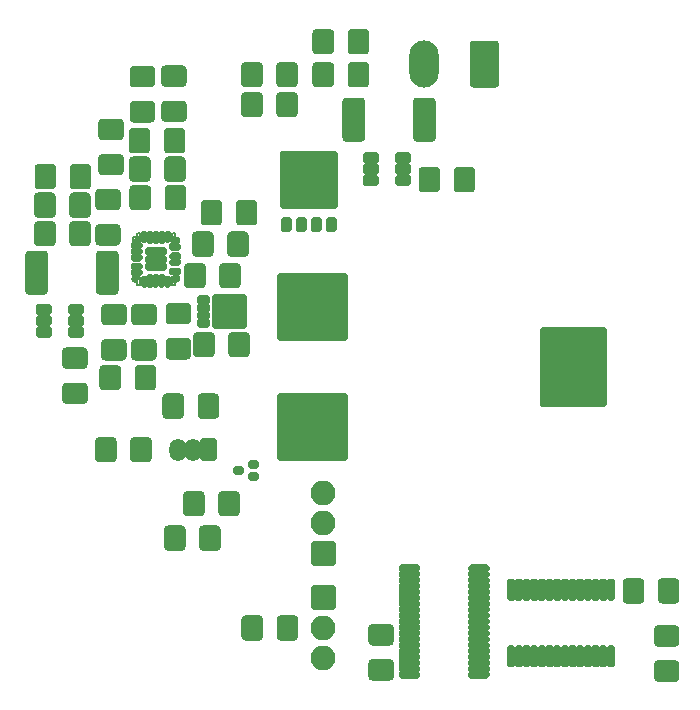
<source format=gbr>
G04 #@! TF.GenerationSoftware,KiCad,Pcbnew,(5.1.10)-1*
G04 #@! TF.CreationDate,2021-05-18T15:00:51+02:00*
G04 #@! TF.ProjectId,PEE50_MPPT,50454535-305f-44d5-9050-542e6b696361,rev?*
G04 #@! TF.SameCoordinates,Original*
G04 #@! TF.FileFunction,Soldermask,Top*
G04 #@! TF.FilePolarity,Negative*
%FSLAX46Y46*%
G04 Gerber Fmt 4.6, Leading zero omitted, Abs format (unit mm)*
G04 Created by KiCad (PCBNEW (5.1.10)-1) date 2021-05-18 15:00:51*
%MOMM*%
%LPD*%
G01*
G04 APERTURE LIST*
%ADD10C,0.152400*%
%ADD11C,0.706367*%
%ADD12C,0.689687*%
%ADD13C,0.658750*%
%ADD14C,0.732306*%
%ADD15O,2.100000X2.100000*%
%ADD16O,2.480000X4.000000*%
%ADD17O,1.450000X1.900000*%
G04 APERTURE END LIST*
D10*
X40541800Y-74481800D02*
X40591800Y-74431800D01*
X40541800Y-75156800D02*
X40541800Y-74481800D01*
X40591800Y-75206800D02*
X40541800Y-75156800D01*
X41066798Y-75206800D02*
X40591800Y-75206800D01*
X41116798Y-75156800D02*
X41066798Y-75206800D01*
X41116800Y-74856801D02*
X41116798Y-75156800D01*
X41066798Y-74806801D02*
X41116800Y-74856801D01*
X40766798Y-74806801D02*
X41066798Y-74806801D01*
X40766798Y-74481800D02*
X40766798Y-74806801D01*
X40716798Y-74431800D02*
X40766798Y-74481800D01*
X40591800Y-74431800D02*
X40716798Y-74431800D01*
X40716798Y-78831802D02*
X40591800Y-78831802D01*
X40766798Y-78781802D02*
X40716798Y-78831802D01*
X40766798Y-78456801D02*
X40766798Y-78781802D01*
X41066798Y-78456801D02*
X40766798Y-78456801D01*
X41116800Y-78406801D02*
X41066798Y-78456801D01*
X41116798Y-78106802D02*
X41116800Y-78406801D01*
X41066798Y-78056799D02*
X41116798Y-78106802D01*
X40591800Y-78056802D02*
X41066798Y-78056799D01*
X40541798Y-78106802D02*
X40591800Y-78056802D01*
X40541798Y-78781802D02*
X40541798Y-78106802D01*
X40591800Y-78831799D02*
X40541798Y-78781802D01*
X40591800Y-78831802D02*
X40591800Y-78831799D01*
X37567800Y-74481800D02*
X37617798Y-74431800D01*
X37567798Y-74781802D02*
X37567800Y-74481800D01*
X37267798Y-74781802D02*
X37567798Y-74781802D01*
X37217799Y-74831802D02*
X37267798Y-74781802D01*
X37217799Y-75081802D02*
X37217799Y-74831802D01*
X37267798Y-75131801D02*
X37217799Y-75081802D01*
X37742799Y-75131801D02*
X37267798Y-75131801D01*
X37792799Y-75081802D02*
X37742799Y-75131801D01*
X37792799Y-74481800D02*
X37792799Y-75081802D01*
X37742799Y-74431800D02*
X37792799Y-74481800D01*
X37617798Y-74431800D02*
X37742799Y-74431800D01*
X37742799Y-78831802D02*
X37617798Y-78831802D01*
X37792801Y-78781802D02*
X37742799Y-78831802D01*
X37792799Y-78181800D02*
X37792801Y-78781802D01*
X37742799Y-78131801D02*
X37792799Y-78181800D01*
X37267798Y-78131801D02*
X37742799Y-78131801D01*
X37217799Y-78181800D02*
X37267798Y-78131801D01*
X37217799Y-78431800D02*
X37217799Y-78181800D01*
X37267798Y-78481800D02*
X37217799Y-78431800D01*
X37567798Y-78481800D02*
X37267798Y-78481800D01*
X37567800Y-78781802D02*
X37567798Y-78481800D01*
X37617798Y-78831802D02*
X37567800Y-78781802D01*
X52960795Y-68666800D02*
X52960795Y-68441800D01*
X52960795Y-68441800D02*
X52550796Y-68441800D01*
X52550796Y-68441800D02*
X52550796Y-68666800D01*
X52550796Y-68666800D02*
X52960795Y-68666800D01*
X54230797Y-68666800D02*
X54230797Y-68441800D01*
X54230797Y-68441800D02*
X53820798Y-68441800D01*
X53820798Y-68441800D02*
X53820798Y-68666800D01*
X53820798Y-68666800D02*
X54230797Y-68666800D01*
X50420797Y-68666800D02*
X50420797Y-68441800D01*
X50420797Y-68441800D02*
X50010798Y-68441800D01*
X50010798Y-68441800D02*
X50010798Y-68666800D01*
X50010798Y-68666800D02*
X50420797Y-68666800D01*
X51690800Y-68666800D02*
X51690800Y-68441800D01*
X51690800Y-68441800D02*
X51280801Y-68441800D01*
X51280801Y-68441800D02*
X51280801Y-68666800D01*
X51280801Y-68666800D02*
X51690800Y-68666800D01*
X54303599Y-72106799D02*
X49937999Y-72106799D01*
X49937999Y-72106799D02*
X49927814Y-72105798D01*
X49927814Y-72105798D02*
X49918022Y-72102826D01*
X49918022Y-72102826D02*
X49908997Y-72098003D01*
X49908997Y-72098003D02*
X49901088Y-72091510D01*
X49901088Y-72091510D02*
X49894596Y-72083601D01*
X49894596Y-72083601D02*
X49889772Y-72074576D01*
X49889772Y-72074576D02*
X49886800Y-72064784D01*
X49886800Y-72064784D02*
X49885800Y-72054599D01*
X49885800Y-72054599D02*
X49885800Y-68679000D01*
X49885800Y-68679000D02*
X49886800Y-68668815D01*
X49886800Y-68668815D02*
X49889772Y-68659023D01*
X49889772Y-68659023D02*
X49894596Y-68649998D01*
X49894596Y-68649998D02*
X49901088Y-68642089D01*
X49901088Y-68642089D02*
X49908997Y-68635597D01*
X49908997Y-68635597D02*
X49918022Y-68630773D01*
X49918022Y-68630773D02*
X49927814Y-68627801D01*
X49927814Y-68627801D02*
X49937999Y-68626798D01*
X49937999Y-68626798D02*
X54303599Y-68626798D01*
X54303599Y-68626798D02*
X54313784Y-68627801D01*
X54313784Y-68627801D02*
X54323576Y-68630773D01*
X54323576Y-68630773D02*
X54332601Y-68635597D01*
X54332601Y-68635597D02*
X54340510Y-68642089D01*
X54340510Y-68642089D02*
X54347002Y-68649998D01*
X54347002Y-68649998D02*
X54351826Y-68659023D01*
X54351826Y-68659023D02*
X54354798Y-68668815D01*
X54354798Y-68668815D02*
X54355798Y-68679000D01*
X54355798Y-68679000D02*
X54355798Y-72054599D01*
X54355798Y-72054599D02*
X54354798Y-72064784D01*
X54354798Y-72064784D02*
X54351826Y-72074576D01*
X54351826Y-72074576D02*
X54347002Y-72083601D01*
X54347002Y-72083601D02*
X54340510Y-72091510D01*
X54340510Y-72091510D02*
X54332601Y-72098003D01*
X54332601Y-72098003D02*
X54323576Y-72102826D01*
X54323576Y-72102826D02*
X54313784Y-72105798D01*
X54313784Y-72105798D02*
X54303599Y-72106799D01*
X45679798Y-80251801D02*
X46179797Y-80251801D01*
X46179797Y-80251801D02*
X46179797Y-79951802D01*
X46179797Y-79951802D02*
X45679798Y-79951802D01*
X45679798Y-79951802D02*
X45679798Y-80251801D01*
X45679798Y-82201800D02*
X46179797Y-82201800D01*
X46179797Y-82201800D02*
X46179797Y-81901801D01*
X46179797Y-81901801D02*
X45679798Y-81901801D01*
X45679798Y-81901801D02*
X45679798Y-82201800D01*
X45679798Y-81551799D02*
X46179797Y-81551799D01*
X46179797Y-81551799D02*
X46179797Y-81251799D01*
X46179797Y-81251799D02*
X45679798Y-81251799D01*
X45679798Y-81251799D02*
X45679798Y-81551799D01*
X45679798Y-80901803D02*
X46179797Y-80901803D01*
X46179797Y-80901803D02*
X46179797Y-80601803D01*
X46179797Y-80601803D02*
X45679798Y-80601803D01*
X45679798Y-80601803D02*
X45679798Y-80901803D01*
X44194800Y-82248551D02*
X44194800Y-79905051D01*
X44194800Y-79905051D02*
X44195821Y-79894662D01*
X44195821Y-79894662D02*
X44198851Y-79884672D01*
X44198851Y-79884672D02*
X44203774Y-79875467D01*
X44203774Y-79875467D02*
X44210396Y-79867398D01*
X44210396Y-79867398D02*
X44218465Y-79860776D01*
X44218465Y-79860776D02*
X44227670Y-79855853D01*
X44227670Y-79855853D02*
X44237660Y-79852823D01*
X44237660Y-79852823D02*
X44248049Y-79851802D01*
X44248049Y-79851802D02*
X45916549Y-79851802D01*
X45916549Y-79851802D02*
X45926938Y-79852823D01*
X45926938Y-79852823D02*
X45936928Y-79855853D01*
X45936928Y-79855853D02*
X45946133Y-79860776D01*
X45946133Y-79860776D02*
X45954202Y-79867398D01*
X45954202Y-79867398D02*
X45960824Y-79875467D01*
X45960824Y-79875467D02*
X45965747Y-79884672D01*
X45965747Y-79884672D02*
X45968777Y-79894662D01*
X45968777Y-79894662D02*
X45969800Y-79905051D01*
X45969800Y-79905051D02*
X45969800Y-82248551D01*
X45969800Y-82248551D02*
X45968777Y-82258940D01*
X45968777Y-82258940D02*
X45965747Y-82268930D01*
X45965747Y-82268930D02*
X45960824Y-82278135D01*
X45960824Y-82278135D02*
X45954202Y-82286204D01*
X45954202Y-82286204D02*
X45946133Y-82292826D01*
X45946133Y-82292826D02*
X45936928Y-82297749D01*
X45936928Y-82297749D02*
X45926938Y-82300779D01*
X45926938Y-82300779D02*
X45916549Y-82301800D01*
X45916549Y-82301800D02*
X44248049Y-82301800D01*
X44248049Y-82301800D02*
X44237660Y-82300779D01*
X44237660Y-82300779D02*
X44227670Y-82297749D01*
X44227670Y-82297749D02*
X44218465Y-82292826D01*
X44218465Y-82292826D02*
X44210396Y-82286204D01*
X44210396Y-82286204D02*
X44203774Y-82278135D01*
X44203774Y-82278135D02*
X44198851Y-82268930D01*
X44198851Y-82268930D02*
X44195821Y-82258940D01*
X44195821Y-82258940D02*
X44194800Y-82248551D01*
D11*
X40721487Y-74970862D03*
G36*
G01*
X39841801Y-75031801D02*
X39841801Y-74431803D01*
G75*
G02*
X40041801Y-74231803I200000J0D01*
G01*
X40291799Y-74231803D01*
G75*
G02*
X40491799Y-74431803I0J-200000D01*
G01*
X40491799Y-75031801D01*
G75*
G02*
X40291799Y-75231801I-200000J0D01*
G01*
X40041801Y-75231801D01*
G75*
G02*
X39841801Y-75031801I0J200000D01*
G01*
G37*
G36*
G01*
X39541799Y-74231801D02*
X39791797Y-74231801D01*
G75*
G02*
X39991797Y-74431801I0J-200000D01*
G01*
X39991797Y-75156801D01*
G75*
G02*
X39791797Y-75356801I-200000J0D01*
G01*
X39541799Y-75356801D01*
G75*
G02*
X39341799Y-75156801I0J200000D01*
G01*
X39341799Y-74431801D01*
G75*
G02*
X39541799Y-74231801I200000J0D01*
G01*
G37*
G36*
G01*
X39041800Y-74231801D02*
X39291798Y-74231801D01*
G75*
G02*
X39491798Y-74431801I0J-200000D01*
G01*
X39491798Y-75156801D01*
G75*
G02*
X39291798Y-75356801I-200000J0D01*
G01*
X39041800Y-75356801D01*
G75*
G02*
X38841800Y-75156801I0J200000D01*
G01*
X38841800Y-74431801D01*
G75*
G02*
X39041800Y-74231801I200000J0D01*
G01*
G37*
G36*
G01*
X38541801Y-74231801D02*
X38791799Y-74231801D01*
G75*
G02*
X38991799Y-74431801I0J-200000D01*
G01*
X38991799Y-75156801D01*
G75*
G02*
X38791799Y-75356801I-200000J0D01*
G01*
X38541801Y-75356801D01*
G75*
G02*
X38341801Y-75156801I0J200000D01*
G01*
X38341801Y-74431801D01*
G75*
G02*
X38541801Y-74231801I200000J0D01*
G01*
G37*
G36*
G01*
X37841799Y-75031801D02*
X37841799Y-74431803D01*
G75*
G02*
X38041799Y-74231803I200000J0D01*
G01*
X38291797Y-74231803D01*
G75*
G02*
X38491797Y-74431803I0J-200000D01*
G01*
X38491797Y-75031801D01*
G75*
G02*
X38291797Y-75231801I-200000J0D01*
G01*
X38041799Y-75231801D01*
G75*
G02*
X37841799Y-75031801I0J200000D01*
G01*
G37*
D12*
X37613111Y-74970862D03*
G36*
G01*
X37216799Y-75181803D02*
X37841799Y-75181803D01*
G75*
G02*
X38041799Y-75381803I0J-200000D01*
G01*
X38041799Y-75631801D01*
G75*
G02*
X37841799Y-75831801I-200000J0D01*
G01*
X37216799Y-75831801D01*
G75*
G02*
X37016799Y-75631801I0J200000D01*
G01*
X37016799Y-75381803D01*
G75*
G02*
X37216799Y-75181803I200000J0D01*
G01*
G37*
G36*
G01*
X37216799Y-75681802D02*
X37841799Y-75681802D01*
G75*
G02*
X38041799Y-75881802I0J-200000D01*
G01*
X38041799Y-76131800D01*
G75*
G02*
X37841799Y-76331800I-200000J0D01*
G01*
X37216799Y-76331800D01*
G75*
G02*
X37016799Y-76131800I0J200000D01*
G01*
X37016799Y-75881802D01*
G75*
G02*
X37216799Y-75681802I200000J0D01*
G01*
G37*
G36*
G01*
X37216799Y-76181801D02*
X37841799Y-76181801D01*
G75*
G02*
X38041799Y-76381801I0J-200000D01*
G01*
X38041799Y-76631799D01*
G75*
G02*
X37841799Y-76831799I-200000J0D01*
G01*
X37216799Y-76831799D01*
G75*
G02*
X37016799Y-76631799I0J200000D01*
G01*
X37016799Y-76381801D01*
G75*
G02*
X37216799Y-76181801I200000J0D01*
G01*
G37*
G36*
G01*
X37216799Y-76931802D02*
X37841799Y-76931802D01*
G75*
G02*
X38041799Y-77131802I0J-200000D01*
G01*
X38041799Y-77381800D01*
G75*
G02*
X37841799Y-77581800I-200000J0D01*
G01*
X37216799Y-77581800D01*
G75*
G02*
X37016799Y-77381800I0J200000D01*
G01*
X37016799Y-77131802D01*
G75*
G02*
X37216799Y-76931802I200000J0D01*
G01*
G37*
G36*
G01*
X37216799Y-77431801D02*
X37841799Y-77431801D01*
G75*
G02*
X38041799Y-77631801I0J-200000D01*
G01*
X38041799Y-77881799D01*
G75*
G02*
X37841799Y-78081799I-200000J0D01*
G01*
X37216799Y-78081799D01*
G75*
G02*
X37016799Y-77881799I0J200000D01*
G01*
X37016799Y-77631801D01*
G75*
G02*
X37216799Y-77431801I200000J0D01*
G01*
G37*
D13*
X37361550Y-78275552D03*
G36*
G01*
X37841799Y-78831799D02*
X37841799Y-78231801D01*
G75*
G02*
X38041799Y-78031801I200000J0D01*
G01*
X38291797Y-78031801D01*
G75*
G02*
X38491797Y-78231801I0J-200000D01*
G01*
X38491797Y-78831799D01*
G75*
G02*
X38291797Y-79031799I-200000J0D01*
G01*
X38041799Y-79031799D01*
G75*
G02*
X37841799Y-78831799I0J200000D01*
G01*
G37*
G36*
G01*
X38541801Y-77906801D02*
X38791799Y-77906801D01*
G75*
G02*
X38991799Y-78106801I0J-200000D01*
G01*
X38991799Y-78831801D01*
G75*
G02*
X38791799Y-79031801I-200000J0D01*
G01*
X38541801Y-79031801D01*
G75*
G02*
X38341801Y-78831801I0J200000D01*
G01*
X38341801Y-78106801D01*
G75*
G02*
X38541801Y-77906801I200000J0D01*
G01*
G37*
G36*
G01*
X39041800Y-77906801D02*
X39291798Y-77906801D01*
G75*
G02*
X39491798Y-78106801I0J-200000D01*
G01*
X39491798Y-78831801D01*
G75*
G02*
X39291798Y-79031801I-200000J0D01*
G01*
X39041800Y-79031801D01*
G75*
G02*
X38841800Y-78831801I0J200000D01*
G01*
X38841800Y-78106801D01*
G75*
G02*
X39041800Y-77906801I200000J0D01*
G01*
G37*
G36*
G01*
X39541799Y-77906801D02*
X39791797Y-77906801D01*
G75*
G02*
X39991797Y-78106801I0J-200000D01*
G01*
X39991797Y-78831801D01*
G75*
G02*
X39791797Y-79031801I-200000J0D01*
G01*
X39541799Y-79031801D01*
G75*
G02*
X39341799Y-78831801I0J200000D01*
G01*
X39341799Y-78106801D01*
G75*
G02*
X39541799Y-77906801I200000J0D01*
G01*
G37*
G36*
G01*
X39841801Y-78831799D02*
X39841801Y-78231801D01*
G75*
G02*
X40041801Y-78031801I200000J0D01*
G01*
X40291799Y-78031801D01*
G75*
G02*
X40491799Y-78231801I0J-200000D01*
G01*
X40491799Y-78831799D01*
G75*
G02*
X40291799Y-79031799I-200000J0D01*
G01*
X40041801Y-79031799D01*
G75*
G02*
X39841801Y-78831799I0J200000D01*
G01*
G37*
D14*
X40757423Y-78272425D03*
G36*
G01*
X40441800Y-77356802D02*
X41116800Y-77356802D01*
G75*
G02*
X41316800Y-77556802I0J-200000D01*
G01*
X41316800Y-77806800D01*
G75*
G02*
X41116800Y-78006800I-200000J0D01*
G01*
X40441800Y-78006800D01*
G75*
G02*
X40241800Y-77806800I0J200000D01*
G01*
X40241800Y-77556802D01*
G75*
G02*
X40441800Y-77356802I200000J0D01*
G01*
G37*
G36*
G01*
X40516799Y-76556802D02*
X41116797Y-76556802D01*
G75*
G02*
X41316797Y-76756802I0J-200000D01*
G01*
X41316797Y-77006800D01*
G75*
G02*
X41116797Y-77206800I-200000J0D01*
G01*
X40516799Y-77206800D01*
G75*
G02*
X40316799Y-77006800I0J200000D01*
G01*
X40316799Y-76756802D01*
G75*
G02*
X40516799Y-76556802I200000J0D01*
G01*
G37*
G36*
G01*
X40516799Y-76056802D02*
X41116797Y-76056802D01*
G75*
G02*
X41316797Y-76256802I0J-200000D01*
G01*
X41316797Y-76506800D01*
G75*
G02*
X41116797Y-76706800I-200000J0D01*
G01*
X40516799Y-76706800D01*
G75*
G02*
X40316799Y-76506800I0J200000D01*
G01*
X40316799Y-76256802D01*
G75*
G02*
X40516799Y-76056802I200000J0D01*
G01*
G37*
G36*
G01*
X40441800Y-75256802D02*
X41116800Y-75256802D01*
G75*
G02*
X41316800Y-75456802I0J-200000D01*
G01*
X41316800Y-75706800D01*
G75*
G02*
X41116800Y-75906800I-200000J0D01*
G01*
X40441800Y-75906800D01*
G75*
G02*
X40241800Y-75706800I0J200000D01*
G01*
X40241800Y-75456802D01*
G75*
G02*
X40441800Y-75256802I200000J0D01*
G01*
G37*
G36*
G01*
X38454299Y-75619301D02*
X39879299Y-75619301D01*
G75*
G02*
X40079299Y-75819301I0J-200000D01*
G01*
X40079299Y-76194301D01*
G75*
G02*
X39879299Y-76394301I-200000J0D01*
G01*
X38454299Y-76394301D01*
G75*
G02*
X38254299Y-76194301I0J200000D01*
G01*
X38254299Y-75819301D01*
G75*
G02*
X38454299Y-75619301I200000J0D01*
G01*
G37*
G36*
G01*
X38454299Y-76244301D02*
X39879299Y-76244301D01*
G75*
G02*
X40079299Y-76444301I0J-200000D01*
G01*
X40079299Y-76819301D01*
G75*
G02*
X39879299Y-77019301I-200000J0D01*
G01*
X38454299Y-77019301D01*
G75*
G02*
X38254299Y-76819301I0J200000D01*
G01*
X38254299Y-76444301D01*
G75*
G02*
X38454299Y-76244301I200000J0D01*
G01*
G37*
G36*
G01*
X38454299Y-76869301D02*
X39879299Y-76869301D01*
G75*
G02*
X40079299Y-77069301I0J-200000D01*
G01*
X40079299Y-77444301D01*
G75*
G02*
X39879299Y-77644301I-200000J0D01*
G01*
X38454299Y-77644301D01*
G75*
G02*
X38254299Y-77444301I0J200000D01*
G01*
X38254299Y-77069301D01*
G75*
G02*
X38454299Y-76869301I200000J0D01*
G01*
G37*
G36*
G01*
X83177825Y-112418500D02*
X81668175Y-112418500D01*
G75*
G02*
X81348000Y-112098325I0J320175D01*
G01*
X81348000Y-110913675D01*
G75*
G02*
X81668175Y-110593500I320175J0D01*
G01*
X83177825Y-110593500D01*
G75*
G02*
X83498000Y-110913675I0J-320175D01*
G01*
X83498000Y-112098325D01*
G75*
G02*
X83177825Y-112418500I-320175J0D01*
G01*
G37*
G36*
G01*
X83177825Y-109443500D02*
X81668175Y-109443500D01*
G75*
G02*
X81348000Y-109123325I0J320175D01*
G01*
X81348000Y-107938675D01*
G75*
G02*
X81668175Y-107618500I320175J0D01*
G01*
X83177825Y-107618500D01*
G75*
G02*
X83498000Y-107938675I0J-320175D01*
G01*
X83498000Y-109123325D01*
G75*
G02*
X83177825Y-109443500I-320175J0D01*
G01*
G37*
G36*
G01*
X78689500Y-105466325D02*
X78689500Y-103956675D01*
G75*
G02*
X79009675Y-103636500I320175J0D01*
G01*
X80194325Y-103636500D01*
G75*
G02*
X80514500Y-103956675I0J-320175D01*
G01*
X80514500Y-105466325D01*
G75*
G02*
X80194325Y-105786500I-320175J0D01*
G01*
X79009675Y-105786500D01*
G75*
G02*
X78689500Y-105466325I0J320175D01*
G01*
G37*
G36*
G01*
X81664500Y-105466325D02*
X81664500Y-103956675D01*
G75*
G02*
X81984675Y-103636500I320175J0D01*
G01*
X83169325Y-103636500D01*
G75*
G02*
X83489500Y-103956675I0J-320175D01*
G01*
X83489500Y-105466325D01*
G75*
G02*
X83169325Y-105786500I-320175J0D01*
G01*
X81984675Y-105786500D01*
G75*
G02*
X81664500Y-105466325I0J320175D01*
G01*
G37*
G36*
G01*
X49387500Y-108604825D02*
X49387500Y-107095175D01*
G75*
G02*
X49707675Y-106775000I320175J0D01*
G01*
X50892325Y-106775000D01*
G75*
G02*
X51212500Y-107095175I0J-320175D01*
G01*
X51212500Y-108604825D01*
G75*
G02*
X50892325Y-108925000I-320175J0D01*
G01*
X49707675Y-108925000D01*
G75*
G02*
X49387500Y-108604825I0J320175D01*
G01*
G37*
G36*
G01*
X46412500Y-108604825D02*
X46412500Y-107095175D01*
G75*
G02*
X46732675Y-106775000I320175J0D01*
G01*
X47917325Y-106775000D01*
G75*
G02*
X48237500Y-107095175I0J-320175D01*
G01*
X48237500Y-108604825D01*
G75*
G02*
X47917325Y-108925000I-320175J0D01*
G01*
X46732675Y-108925000D01*
G75*
G02*
X46412500Y-108604825I0J320175D01*
G01*
G37*
G36*
G01*
X77517100Y-109330401D02*
X77871900Y-109330401D01*
G75*
G02*
X78071900Y-109530401I0J-200000D01*
G01*
X78071900Y-110992399D01*
G75*
G02*
X77871900Y-111192399I-200000J0D01*
G01*
X77517100Y-111192399D01*
G75*
G02*
X77317100Y-110992399I0J200000D01*
G01*
X77317100Y-109530401D01*
G75*
G02*
X77517100Y-109330401I200000J0D01*
G01*
G37*
G36*
G01*
X76867099Y-109330401D02*
X77221899Y-109330401D01*
G75*
G02*
X77421899Y-109530401I0J-200000D01*
G01*
X77421899Y-110992399D01*
G75*
G02*
X77221899Y-111192399I-200000J0D01*
G01*
X76867099Y-111192399D01*
G75*
G02*
X76667099Y-110992399I0J200000D01*
G01*
X76667099Y-109530401D01*
G75*
G02*
X76867099Y-109330401I200000J0D01*
G01*
G37*
G36*
G01*
X76217100Y-109330401D02*
X76571900Y-109330401D01*
G75*
G02*
X76771900Y-109530401I0J-200000D01*
G01*
X76771900Y-110992399D01*
G75*
G02*
X76571900Y-111192399I-200000J0D01*
G01*
X76217100Y-111192399D01*
G75*
G02*
X76017100Y-110992399I0J200000D01*
G01*
X76017100Y-109530401D01*
G75*
G02*
X76217100Y-109330401I200000J0D01*
G01*
G37*
G36*
G01*
X75567099Y-109330401D02*
X75921899Y-109330401D01*
G75*
G02*
X76121899Y-109530401I0J-200000D01*
G01*
X76121899Y-110992399D01*
G75*
G02*
X75921899Y-111192399I-200000J0D01*
G01*
X75567099Y-111192399D01*
G75*
G02*
X75367099Y-110992399I0J200000D01*
G01*
X75367099Y-109530401D01*
G75*
G02*
X75567099Y-109330401I200000J0D01*
G01*
G37*
G36*
G01*
X74917101Y-109330401D02*
X75271901Y-109330401D01*
G75*
G02*
X75471901Y-109530401I0J-200000D01*
G01*
X75471901Y-110992399D01*
G75*
G02*
X75271901Y-111192399I-200000J0D01*
G01*
X74917101Y-111192399D01*
G75*
G02*
X74717101Y-110992399I0J200000D01*
G01*
X74717101Y-109530401D01*
G75*
G02*
X74917101Y-109330401I200000J0D01*
G01*
G37*
G36*
G01*
X74267099Y-109330401D02*
X74621899Y-109330401D01*
G75*
G02*
X74821899Y-109530401I0J-200000D01*
G01*
X74821899Y-110992399D01*
G75*
G02*
X74621899Y-111192399I-200000J0D01*
G01*
X74267099Y-111192399D01*
G75*
G02*
X74067099Y-110992399I0J200000D01*
G01*
X74067099Y-109530401D01*
G75*
G02*
X74267099Y-109330401I200000J0D01*
G01*
G37*
G36*
G01*
X73617101Y-109330401D02*
X73971901Y-109330401D01*
G75*
G02*
X74171901Y-109530401I0J-200000D01*
G01*
X74171901Y-110992399D01*
G75*
G02*
X73971901Y-111192399I-200000J0D01*
G01*
X73617101Y-111192399D01*
G75*
G02*
X73417101Y-110992399I0J200000D01*
G01*
X73417101Y-109530401D01*
G75*
G02*
X73617101Y-109330401I200000J0D01*
G01*
G37*
G36*
G01*
X72967099Y-109330401D02*
X73321899Y-109330401D01*
G75*
G02*
X73521899Y-109530401I0J-200000D01*
G01*
X73521899Y-110992399D01*
G75*
G02*
X73321899Y-111192399I-200000J0D01*
G01*
X72967099Y-111192399D01*
G75*
G02*
X72767099Y-110992399I0J200000D01*
G01*
X72767099Y-109530401D01*
G75*
G02*
X72967099Y-109330401I200000J0D01*
G01*
G37*
G36*
G01*
X72317101Y-109330401D02*
X72671901Y-109330401D01*
G75*
G02*
X72871901Y-109530401I0J-200000D01*
G01*
X72871901Y-110992399D01*
G75*
G02*
X72671901Y-111192399I-200000J0D01*
G01*
X72317101Y-111192399D01*
G75*
G02*
X72117101Y-110992399I0J200000D01*
G01*
X72117101Y-109530401D01*
G75*
G02*
X72317101Y-109330401I200000J0D01*
G01*
G37*
G36*
G01*
X71667099Y-109330401D02*
X72021899Y-109330401D01*
G75*
G02*
X72221899Y-109530401I0J-200000D01*
G01*
X72221899Y-110992399D01*
G75*
G02*
X72021899Y-111192399I-200000J0D01*
G01*
X71667099Y-111192399D01*
G75*
G02*
X71467099Y-110992399I0J200000D01*
G01*
X71467099Y-109530401D01*
G75*
G02*
X71667099Y-109330401I200000J0D01*
G01*
G37*
G36*
G01*
X71017101Y-109330401D02*
X71371901Y-109330401D01*
G75*
G02*
X71571901Y-109530401I0J-200000D01*
G01*
X71571901Y-110992399D01*
G75*
G02*
X71371901Y-111192399I-200000J0D01*
G01*
X71017101Y-111192399D01*
G75*
G02*
X70817101Y-110992399I0J200000D01*
G01*
X70817101Y-109530401D01*
G75*
G02*
X71017101Y-109330401I200000J0D01*
G01*
G37*
G36*
G01*
X70367100Y-109330401D02*
X70721900Y-109330401D01*
G75*
G02*
X70921900Y-109530401I0J-200000D01*
G01*
X70921900Y-110992399D01*
G75*
G02*
X70721900Y-111192399I-200000J0D01*
G01*
X70367100Y-111192399D01*
G75*
G02*
X70167100Y-110992399I0J200000D01*
G01*
X70167100Y-109530401D01*
G75*
G02*
X70367100Y-109330401I200000J0D01*
G01*
G37*
G36*
G01*
X69717101Y-109330401D02*
X70071901Y-109330401D01*
G75*
G02*
X70271901Y-109530401I0J-200000D01*
G01*
X70271901Y-110992399D01*
G75*
G02*
X70071901Y-111192399I-200000J0D01*
G01*
X69717101Y-111192399D01*
G75*
G02*
X69517101Y-110992399I0J200000D01*
G01*
X69517101Y-109530401D01*
G75*
G02*
X69717101Y-109330401I200000J0D01*
G01*
G37*
G36*
G01*
X69067100Y-109330401D02*
X69421900Y-109330401D01*
G75*
G02*
X69621900Y-109530401I0J-200000D01*
G01*
X69621900Y-110992399D01*
G75*
G02*
X69421900Y-111192399I-200000J0D01*
G01*
X69067100Y-111192399D01*
G75*
G02*
X68867100Y-110992399I0J200000D01*
G01*
X68867100Y-109530401D01*
G75*
G02*
X69067100Y-109330401I200000J0D01*
G01*
G37*
G36*
G01*
X69067102Y-103691601D02*
X69421902Y-103691601D01*
G75*
G02*
X69621902Y-103891601I0J-200000D01*
G01*
X69621902Y-105353599D01*
G75*
G02*
X69421902Y-105553599I-200000J0D01*
G01*
X69067102Y-105553599D01*
G75*
G02*
X68867102Y-105353599I0J200000D01*
G01*
X68867102Y-103891601D01*
G75*
G02*
X69067102Y-103691601I200000J0D01*
G01*
G37*
G36*
G01*
X69717101Y-103691601D02*
X70071901Y-103691601D01*
G75*
G02*
X70271901Y-103891601I0J-200000D01*
G01*
X70271901Y-105353599D01*
G75*
G02*
X70071901Y-105553599I-200000J0D01*
G01*
X69717101Y-105553599D01*
G75*
G02*
X69517101Y-105353599I0J200000D01*
G01*
X69517101Y-103891601D01*
G75*
G02*
X69717101Y-103691601I200000J0D01*
G01*
G37*
G36*
G01*
X70367102Y-103691601D02*
X70721902Y-103691601D01*
G75*
G02*
X70921902Y-103891601I0J-200000D01*
G01*
X70921902Y-105353599D01*
G75*
G02*
X70721902Y-105553599I-200000J0D01*
G01*
X70367102Y-105553599D01*
G75*
G02*
X70167102Y-105353599I0J200000D01*
G01*
X70167102Y-103891601D01*
G75*
G02*
X70367102Y-103691601I200000J0D01*
G01*
G37*
G36*
G01*
X71017101Y-103691601D02*
X71371901Y-103691601D01*
G75*
G02*
X71571901Y-103891601I0J-200000D01*
G01*
X71571901Y-105353599D01*
G75*
G02*
X71371901Y-105553599I-200000J0D01*
G01*
X71017101Y-105553599D01*
G75*
G02*
X70817101Y-105353599I0J200000D01*
G01*
X70817101Y-103891601D01*
G75*
G02*
X71017101Y-103691601I200000J0D01*
G01*
G37*
G36*
G01*
X71667102Y-103691601D02*
X72021902Y-103691601D01*
G75*
G02*
X72221902Y-103891601I0J-200000D01*
G01*
X72221902Y-105353599D01*
G75*
G02*
X72021902Y-105553599I-200000J0D01*
G01*
X71667102Y-105553599D01*
G75*
G02*
X71467102Y-105353599I0J200000D01*
G01*
X71467102Y-103891601D01*
G75*
G02*
X71667102Y-103691601I200000J0D01*
G01*
G37*
G36*
G01*
X72317101Y-103691601D02*
X72671901Y-103691601D01*
G75*
G02*
X72871901Y-103891601I0J-200000D01*
G01*
X72871901Y-105353599D01*
G75*
G02*
X72671901Y-105553599I-200000J0D01*
G01*
X72317101Y-105553599D01*
G75*
G02*
X72117101Y-105353599I0J200000D01*
G01*
X72117101Y-103891601D01*
G75*
G02*
X72317101Y-103691601I200000J0D01*
G01*
G37*
G36*
G01*
X72967102Y-103691601D02*
X73321902Y-103691601D01*
G75*
G02*
X73521902Y-103891601I0J-200000D01*
G01*
X73521902Y-105353599D01*
G75*
G02*
X73321902Y-105553599I-200000J0D01*
G01*
X72967102Y-105553599D01*
G75*
G02*
X72767102Y-105353599I0J200000D01*
G01*
X72767102Y-103891601D01*
G75*
G02*
X72967102Y-103691601I200000J0D01*
G01*
G37*
G36*
G01*
X73617101Y-103691601D02*
X73971901Y-103691601D01*
G75*
G02*
X74171901Y-103891601I0J-200000D01*
G01*
X74171901Y-105353599D01*
G75*
G02*
X73971901Y-105553599I-200000J0D01*
G01*
X73617101Y-105553599D01*
G75*
G02*
X73417101Y-105353599I0J200000D01*
G01*
X73417101Y-103891601D01*
G75*
G02*
X73617101Y-103691601I200000J0D01*
G01*
G37*
G36*
G01*
X74267099Y-103691601D02*
X74621899Y-103691601D01*
G75*
G02*
X74821899Y-103891601I0J-200000D01*
G01*
X74821899Y-105353599D01*
G75*
G02*
X74621899Y-105553599I-200000J0D01*
G01*
X74267099Y-105553599D01*
G75*
G02*
X74067099Y-105353599I0J200000D01*
G01*
X74067099Y-103891601D01*
G75*
G02*
X74267099Y-103691601I200000J0D01*
G01*
G37*
G36*
G01*
X74917101Y-103691601D02*
X75271901Y-103691601D01*
G75*
G02*
X75471901Y-103891601I0J-200000D01*
G01*
X75471901Y-105353599D01*
G75*
G02*
X75271901Y-105553599I-200000J0D01*
G01*
X74917101Y-105553599D01*
G75*
G02*
X74717101Y-105353599I0J200000D01*
G01*
X74717101Y-103891601D01*
G75*
G02*
X74917101Y-103691601I200000J0D01*
G01*
G37*
G36*
G01*
X75567099Y-103691601D02*
X75921899Y-103691601D01*
G75*
G02*
X76121899Y-103891601I0J-200000D01*
G01*
X76121899Y-105353599D01*
G75*
G02*
X75921899Y-105553599I-200000J0D01*
G01*
X75567099Y-105553599D01*
G75*
G02*
X75367099Y-105353599I0J200000D01*
G01*
X75367099Y-103891601D01*
G75*
G02*
X75567099Y-103691601I200000J0D01*
G01*
G37*
G36*
G01*
X76217100Y-103691601D02*
X76571900Y-103691601D01*
G75*
G02*
X76771900Y-103891601I0J-200000D01*
G01*
X76771900Y-105353599D01*
G75*
G02*
X76571900Y-105553599I-200000J0D01*
G01*
X76217100Y-105553599D01*
G75*
G02*
X76017100Y-105353599I0J200000D01*
G01*
X76017100Y-103891601D01*
G75*
G02*
X76217100Y-103691601I200000J0D01*
G01*
G37*
G36*
G01*
X76867099Y-103691601D02*
X77221899Y-103691601D01*
G75*
G02*
X77421899Y-103891601I0J-200000D01*
G01*
X77421899Y-105353599D01*
G75*
G02*
X77221899Y-105553599I-200000J0D01*
G01*
X76867099Y-105553599D01*
G75*
G02*
X76667099Y-105353599I0J200000D01*
G01*
X76667099Y-103891601D01*
G75*
G02*
X76867099Y-103691601I200000J0D01*
G01*
G37*
G36*
G01*
X77517100Y-103691601D02*
X77871900Y-103691601D01*
G75*
G02*
X78071900Y-103891601I0J-200000D01*
G01*
X78071900Y-105353599D01*
G75*
G02*
X77871900Y-105553599I-200000J0D01*
G01*
X77517100Y-105553599D01*
G75*
G02*
X77317100Y-105353599I0J200000D01*
G01*
X77317100Y-103891601D01*
G75*
G02*
X77517100Y-103691601I200000J0D01*
G01*
G37*
D15*
X53340000Y-96456500D03*
X53340000Y-98996500D03*
G36*
G01*
X54390000Y-100686500D02*
X54390000Y-102386500D01*
G75*
G02*
X54190000Y-102586500I-200000J0D01*
G01*
X52490000Y-102586500D01*
G75*
G02*
X52290000Y-102386500I0J200000D01*
G01*
X52290000Y-100686500D01*
G75*
G02*
X52490000Y-100486500I200000J0D01*
G01*
X54190000Y-100486500D01*
G75*
G02*
X54390000Y-100686500I0J-200000D01*
G01*
G37*
G36*
G01*
X57474675Y-107518500D02*
X58984325Y-107518500D01*
G75*
G02*
X59304500Y-107838675I0J-320175D01*
G01*
X59304500Y-109023325D01*
G75*
G02*
X58984325Y-109343500I-320175J0D01*
G01*
X57474675Y-109343500D01*
G75*
G02*
X57154500Y-109023325I0J320175D01*
G01*
X57154500Y-107838675D01*
G75*
G02*
X57474675Y-107518500I320175J0D01*
G01*
G37*
G36*
G01*
X57474675Y-110493500D02*
X58984325Y-110493500D01*
G75*
G02*
X59304500Y-110813675I0J-320175D01*
G01*
X59304500Y-111998325D01*
G75*
G02*
X58984325Y-112318500I-320175J0D01*
G01*
X57474675Y-112318500D01*
G75*
G02*
X57154500Y-111998325I0J320175D01*
G01*
X57154500Y-110813675D01*
G75*
G02*
X57474675Y-110493500I320175J0D01*
G01*
G37*
G36*
G01*
X52290000Y-106133000D02*
X52290000Y-104433000D01*
G75*
G02*
X52490000Y-104233000I200000J0D01*
G01*
X54190000Y-104233000D01*
G75*
G02*
X54390000Y-104433000I0J-200000D01*
G01*
X54390000Y-106133000D01*
G75*
G02*
X54190000Y-106333000I-200000J0D01*
G01*
X52490000Y-106333000D01*
G75*
G02*
X52290000Y-106133000I0J200000D01*
G01*
G37*
X53340000Y-107823000D03*
X53340000Y-110363000D03*
G36*
G01*
X65611399Y-102954699D02*
X65611399Y-102675299D01*
G75*
G02*
X65811399Y-102475299I200000J0D01*
G01*
X67215497Y-102475299D01*
G75*
G02*
X67415497Y-102675299I0J-200000D01*
G01*
X67415497Y-102954699D01*
G75*
G02*
X67215497Y-103154699I-200000J0D01*
G01*
X65811399Y-103154699D01*
G75*
G02*
X65611399Y-102954699I0J200000D01*
G01*
G37*
G36*
G01*
X65611399Y-103454700D02*
X65611399Y-103175300D01*
G75*
G02*
X65811399Y-102975300I200000J0D01*
G01*
X67215497Y-102975300D01*
G75*
G02*
X67415497Y-103175300I0J-200000D01*
G01*
X67415497Y-103454700D01*
G75*
G02*
X67215497Y-103654700I-200000J0D01*
G01*
X65811399Y-103654700D01*
G75*
G02*
X65611399Y-103454700I0J200000D01*
G01*
G37*
G36*
G01*
X65611399Y-103954699D02*
X65611399Y-103675299D01*
G75*
G02*
X65811399Y-103475299I200000J0D01*
G01*
X67215497Y-103475299D01*
G75*
G02*
X67415497Y-103675299I0J-200000D01*
G01*
X67415497Y-103954699D01*
G75*
G02*
X67215497Y-104154699I-200000J0D01*
G01*
X65811399Y-104154699D01*
G75*
G02*
X65611399Y-103954699I0J200000D01*
G01*
G37*
G36*
G01*
X65611399Y-104454701D02*
X65611399Y-104175301D01*
G75*
G02*
X65811399Y-103975301I200000J0D01*
G01*
X67215497Y-103975301D01*
G75*
G02*
X67415497Y-104175301I0J-200000D01*
G01*
X67415497Y-104454701D01*
G75*
G02*
X67215497Y-104654701I-200000J0D01*
G01*
X65811399Y-104654701D01*
G75*
G02*
X65611399Y-104454701I0J200000D01*
G01*
G37*
G36*
G01*
X65611399Y-104954700D02*
X65611399Y-104675300D01*
G75*
G02*
X65811399Y-104475300I200000J0D01*
G01*
X67215497Y-104475300D01*
G75*
G02*
X67415497Y-104675300I0J-200000D01*
G01*
X67415497Y-104954700D01*
G75*
G02*
X67215497Y-105154700I-200000J0D01*
G01*
X65811399Y-105154700D01*
G75*
G02*
X65611399Y-104954700I0J200000D01*
G01*
G37*
G36*
G01*
X65611399Y-105454699D02*
X65611399Y-105175299D01*
G75*
G02*
X65811399Y-104975299I200000J0D01*
G01*
X67215497Y-104975299D01*
G75*
G02*
X67415497Y-105175299I0J-200000D01*
G01*
X67415497Y-105454699D01*
G75*
G02*
X67215497Y-105654699I-200000J0D01*
G01*
X65811399Y-105654699D01*
G75*
G02*
X65611399Y-105454699I0J200000D01*
G01*
G37*
G36*
G01*
X65611399Y-105954700D02*
X65611399Y-105675300D01*
G75*
G02*
X65811399Y-105475300I200000J0D01*
G01*
X67215497Y-105475300D01*
G75*
G02*
X67415497Y-105675300I0J-200000D01*
G01*
X67415497Y-105954700D01*
G75*
G02*
X67215497Y-106154700I-200000J0D01*
G01*
X65811399Y-106154700D01*
G75*
G02*
X65611399Y-105954700I0J200000D01*
G01*
G37*
G36*
G01*
X65611399Y-106454699D02*
X65611399Y-106175299D01*
G75*
G02*
X65811399Y-105975299I200000J0D01*
G01*
X67215497Y-105975299D01*
G75*
G02*
X67415497Y-106175299I0J-200000D01*
G01*
X67415497Y-106454699D01*
G75*
G02*
X67215497Y-106654699I-200000J0D01*
G01*
X65811399Y-106654699D01*
G75*
G02*
X65611399Y-106454699I0J200000D01*
G01*
G37*
G36*
G01*
X65611399Y-106954698D02*
X65611399Y-106675298D01*
G75*
G02*
X65811399Y-106475298I200000J0D01*
G01*
X67215497Y-106475298D01*
G75*
G02*
X67415497Y-106675298I0J-200000D01*
G01*
X67415497Y-106954698D01*
G75*
G02*
X67215497Y-107154698I-200000J0D01*
G01*
X65811399Y-107154698D01*
G75*
G02*
X65611399Y-106954698I0J200000D01*
G01*
G37*
G36*
G01*
X65611399Y-107454700D02*
X65611399Y-107175300D01*
G75*
G02*
X65811399Y-106975300I200000J0D01*
G01*
X67215497Y-106975300D01*
G75*
G02*
X67415497Y-107175300I0J-200000D01*
G01*
X67415497Y-107454700D01*
G75*
G02*
X67215497Y-107654700I-200000J0D01*
G01*
X65811399Y-107654700D01*
G75*
G02*
X65611399Y-107454700I0J200000D01*
G01*
G37*
G36*
G01*
X65611399Y-107954699D02*
X65611399Y-107675299D01*
G75*
G02*
X65811399Y-107475299I200000J0D01*
G01*
X67215497Y-107475299D01*
G75*
G02*
X67415497Y-107675299I0J-200000D01*
G01*
X67415497Y-107954699D01*
G75*
G02*
X67215497Y-108154699I-200000J0D01*
G01*
X65811399Y-108154699D01*
G75*
G02*
X65611399Y-107954699I0J200000D01*
G01*
G37*
G36*
G01*
X65611399Y-108454701D02*
X65611399Y-108175301D01*
G75*
G02*
X65811399Y-107975301I200000J0D01*
G01*
X67215497Y-107975301D01*
G75*
G02*
X67415497Y-108175301I0J-200000D01*
G01*
X67415497Y-108454701D01*
G75*
G02*
X67215497Y-108654701I-200000J0D01*
G01*
X65811399Y-108654701D01*
G75*
G02*
X65611399Y-108454701I0J200000D01*
G01*
G37*
G36*
G01*
X65611399Y-108954700D02*
X65611399Y-108675300D01*
G75*
G02*
X65811399Y-108475300I200000J0D01*
G01*
X67215497Y-108475300D01*
G75*
G02*
X67415497Y-108675300I0J-200000D01*
G01*
X67415497Y-108954700D01*
G75*
G02*
X67215497Y-109154700I-200000J0D01*
G01*
X65811399Y-109154700D01*
G75*
G02*
X65611399Y-108954700I0J200000D01*
G01*
G37*
G36*
G01*
X65611399Y-109454699D02*
X65611399Y-109175299D01*
G75*
G02*
X65811399Y-108975299I200000J0D01*
G01*
X67215497Y-108975299D01*
G75*
G02*
X67415497Y-109175299I0J-200000D01*
G01*
X67415497Y-109454699D01*
G75*
G02*
X67215497Y-109654699I-200000J0D01*
G01*
X65811399Y-109654699D01*
G75*
G02*
X65611399Y-109454699I0J200000D01*
G01*
G37*
G36*
G01*
X65611399Y-109954700D02*
X65611399Y-109675300D01*
G75*
G02*
X65811399Y-109475300I200000J0D01*
G01*
X67215497Y-109475300D01*
G75*
G02*
X67415497Y-109675300I0J-200000D01*
G01*
X67415497Y-109954700D01*
G75*
G02*
X67215497Y-110154700I-200000J0D01*
G01*
X65811399Y-110154700D01*
G75*
G02*
X65611399Y-109954700I0J200000D01*
G01*
G37*
G36*
G01*
X65611399Y-110454699D02*
X65611399Y-110175299D01*
G75*
G02*
X65811399Y-109975299I200000J0D01*
G01*
X67215497Y-109975299D01*
G75*
G02*
X67415497Y-110175299I0J-200000D01*
G01*
X67415497Y-110454699D01*
G75*
G02*
X67215497Y-110654699I-200000J0D01*
G01*
X65811399Y-110654699D01*
G75*
G02*
X65611399Y-110454699I0J200000D01*
G01*
G37*
G36*
G01*
X65611399Y-110954701D02*
X65611399Y-110675301D01*
G75*
G02*
X65811399Y-110475301I200000J0D01*
G01*
X67215497Y-110475301D01*
G75*
G02*
X67415497Y-110675301I0J-200000D01*
G01*
X67415497Y-110954701D01*
G75*
G02*
X67215497Y-111154701I-200000J0D01*
G01*
X65811399Y-111154701D01*
G75*
G02*
X65611399Y-110954701I0J200000D01*
G01*
G37*
G36*
G01*
X65611399Y-111454700D02*
X65611399Y-111175300D01*
G75*
G02*
X65811399Y-110975300I200000J0D01*
G01*
X67215497Y-110975300D01*
G75*
G02*
X67415497Y-111175300I0J-200000D01*
G01*
X67415497Y-111454700D01*
G75*
G02*
X67215497Y-111654700I-200000J0D01*
G01*
X65811399Y-111654700D01*
G75*
G02*
X65611399Y-111454700I0J200000D01*
G01*
G37*
G36*
G01*
X65611399Y-111954699D02*
X65611399Y-111675299D01*
G75*
G02*
X65811399Y-111475299I200000J0D01*
G01*
X67215497Y-111475299D01*
G75*
G02*
X67415497Y-111675299I0J-200000D01*
G01*
X67415497Y-111954699D01*
G75*
G02*
X67215497Y-112154699I-200000J0D01*
G01*
X65811399Y-112154699D01*
G75*
G02*
X65611399Y-111954699I0J200000D01*
G01*
G37*
G36*
G01*
X59711503Y-111954701D02*
X59711503Y-111675301D01*
G75*
G02*
X59911503Y-111475301I200000J0D01*
G01*
X61315601Y-111475301D01*
G75*
G02*
X61515601Y-111675301I0J-200000D01*
G01*
X61515601Y-111954701D01*
G75*
G02*
X61315601Y-112154701I-200000J0D01*
G01*
X59911503Y-112154701D01*
G75*
G02*
X59711503Y-111954701I0J200000D01*
G01*
G37*
G36*
G01*
X59711503Y-111454700D02*
X59711503Y-111175300D01*
G75*
G02*
X59911503Y-110975300I200000J0D01*
G01*
X61315601Y-110975300D01*
G75*
G02*
X61515601Y-111175300I0J-200000D01*
G01*
X61515601Y-111454700D01*
G75*
G02*
X61315601Y-111654700I-200000J0D01*
G01*
X59911503Y-111654700D01*
G75*
G02*
X59711503Y-111454700I0J200000D01*
G01*
G37*
G36*
G01*
X59711503Y-110954701D02*
X59711503Y-110675301D01*
G75*
G02*
X59911503Y-110475301I200000J0D01*
G01*
X61315601Y-110475301D01*
G75*
G02*
X61515601Y-110675301I0J-200000D01*
G01*
X61515601Y-110954701D01*
G75*
G02*
X61315601Y-111154701I-200000J0D01*
G01*
X59911503Y-111154701D01*
G75*
G02*
X59711503Y-110954701I0J200000D01*
G01*
G37*
G36*
G01*
X59711503Y-110454699D02*
X59711503Y-110175299D01*
G75*
G02*
X59911503Y-109975299I200000J0D01*
G01*
X61315601Y-109975299D01*
G75*
G02*
X61515601Y-110175299I0J-200000D01*
G01*
X61515601Y-110454699D01*
G75*
G02*
X61315601Y-110654699I-200000J0D01*
G01*
X59911503Y-110654699D01*
G75*
G02*
X59711503Y-110454699I0J200000D01*
G01*
G37*
G36*
G01*
X59711503Y-109954700D02*
X59711503Y-109675300D01*
G75*
G02*
X59911503Y-109475300I200000J0D01*
G01*
X61315601Y-109475300D01*
G75*
G02*
X61515601Y-109675300I0J-200000D01*
G01*
X61515601Y-109954700D01*
G75*
G02*
X61315601Y-110154700I-200000J0D01*
G01*
X59911503Y-110154700D01*
G75*
G02*
X59711503Y-109954700I0J200000D01*
G01*
G37*
G36*
G01*
X59711503Y-109454701D02*
X59711503Y-109175301D01*
G75*
G02*
X59911503Y-108975301I200000J0D01*
G01*
X61315601Y-108975301D01*
G75*
G02*
X61515601Y-109175301I0J-200000D01*
G01*
X61515601Y-109454701D01*
G75*
G02*
X61315601Y-109654701I-200000J0D01*
G01*
X59911503Y-109654701D01*
G75*
G02*
X59711503Y-109454701I0J200000D01*
G01*
G37*
G36*
G01*
X59711503Y-108954700D02*
X59711503Y-108675300D01*
G75*
G02*
X59911503Y-108475300I200000J0D01*
G01*
X61315601Y-108475300D01*
G75*
G02*
X61515601Y-108675300I0J-200000D01*
G01*
X61515601Y-108954700D01*
G75*
G02*
X61315601Y-109154700I-200000J0D01*
G01*
X59911503Y-109154700D01*
G75*
G02*
X59711503Y-108954700I0J200000D01*
G01*
G37*
G36*
G01*
X59711503Y-108454701D02*
X59711503Y-108175301D01*
G75*
G02*
X59911503Y-107975301I200000J0D01*
G01*
X61315601Y-107975301D01*
G75*
G02*
X61515601Y-108175301I0J-200000D01*
G01*
X61515601Y-108454701D01*
G75*
G02*
X61315601Y-108654701I-200000J0D01*
G01*
X59911503Y-108654701D01*
G75*
G02*
X59711503Y-108454701I0J200000D01*
G01*
G37*
G36*
G01*
X59711503Y-107954699D02*
X59711503Y-107675299D01*
G75*
G02*
X59911503Y-107475299I200000J0D01*
G01*
X61315601Y-107475299D01*
G75*
G02*
X61515601Y-107675299I0J-200000D01*
G01*
X61515601Y-107954699D01*
G75*
G02*
X61315601Y-108154699I-200000J0D01*
G01*
X59911503Y-108154699D01*
G75*
G02*
X59711503Y-107954699I0J200000D01*
G01*
G37*
G36*
G01*
X59711503Y-107454700D02*
X59711503Y-107175300D01*
G75*
G02*
X59911503Y-106975300I200000J0D01*
G01*
X61315601Y-106975300D01*
G75*
G02*
X61515601Y-107175300I0J-200000D01*
G01*
X61515601Y-107454700D01*
G75*
G02*
X61315601Y-107654700I-200000J0D01*
G01*
X59911503Y-107654700D01*
G75*
G02*
X59711503Y-107454700I0J200000D01*
G01*
G37*
G36*
G01*
X59711503Y-106954701D02*
X59711503Y-106675301D01*
G75*
G02*
X59911503Y-106475301I200000J0D01*
G01*
X61315601Y-106475301D01*
G75*
G02*
X61515601Y-106675301I0J-200000D01*
G01*
X61515601Y-106954701D01*
G75*
G02*
X61315601Y-107154701I-200000J0D01*
G01*
X59911503Y-107154701D01*
G75*
G02*
X59711503Y-106954701I0J200000D01*
G01*
G37*
G36*
G01*
X59711503Y-106454699D02*
X59711503Y-106175299D01*
G75*
G02*
X59911503Y-105975299I200000J0D01*
G01*
X61315601Y-105975299D01*
G75*
G02*
X61515601Y-106175299I0J-200000D01*
G01*
X61515601Y-106454699D01*
G75*
G02*
X61315601Y-106654699I-200000J0D01*
G01*
X59911503Y-106654699D01*
G75*
G02*
X59711503Y-106454699I0J200000D01*
G01*
G37*
G36*
G01*
X59711503Y-105954700D02*
X59711503Y-105675300D01*
G75*
G02*
X59911503Y-105475300I200000J0D01*
G01*
X61315601Y-105475300D01*
G75*
G02*
X61515601Y-105675300I0J-200000D01*
G01*
X61515601Y-105954700D01*
G75*
G02*
X61315601Y-106154700I-200000J0D01*
G01*
X59911503Y-106154700D01*
G75*
G02*
X59711503Y-105954700I0J200000D01*
G01*
G37*
G36*
G01*
X59711503Y-105454699D02*
X59711503Y-105175299D01*
G75*
G02*
X59911503Y-104975299I200000J0D01*
G01*
X61315601Y-104975299D01*
G75*
G02*
X61515601Y-105175299I0J-200000D01*
G01*
X61515601Y-105454699D01*
G75*
G02*
X61315601Y-105654699I-200000J0D01*
G01*
X59911503Y-105654699D01*
G75*
G02*
X59711503Y-105454699I0J200000D01*
G01*
G37*
G36*
G01*
X59711503Y-104954700D02*
X59711503Y-104675300D01*
G75*
G02*
X59911503Y-104475300I200000J0D01*
G01*
X61315601Y-104475300D01*
G75*
G02*
X61515601Y-104675300I0J-200000D01*
G01*
X61515601Y-104954700D01*
G75*
G02*
X61315601Y-105154700I-200000J0D01*
G01*
X59911503Y-105154700D01*
G75*
G02*
X59711503Y-104954700I0J200000D01*
G01*
G37*
G36*
G01*
X59711503Y-104454701D02*
X59711503Y-104175301D01*
G75*
G02*
X59911503Y-103975301I200000J0D01*
G01*
X61315601Y-103975301D01*
G75*
G02*
X61515601Y-104175301I0J-200000D01*
G01*
X61515601Y-104454701D01*
G75*
G02*
X61315601Y-104654701I-200000J0D01*
G01*
X59911503Y-104654701D01*
G75*
G02*
X59711503Y-104454701I0J200000D01*
G01*
G37*
G36*
G01*
X59711503Y-103954699D02*
X59711503Y-103675299D01*
G75*
G02*
X59911503Y-103475299I200000J0D01*
G01*
X61315601Y-103475299D01*
G75*
G02*
X61515601Y-103675299I0J-200000D01*
G01*
X61515601Y-103954699D01*
G75*
G02*
X61315601Y-104154699I-200000J0D01*
G01*
X59911503Y-104154699D01*
G75*
G02*
X59711503Y-103954699I0J200000D01*
G01*
G37*
G36*
G01*
X59711503Y-103454700D02*
X59711503Y-103175300D01*
G75*
G02*
X59911503Y-102975300I200000J0D01*
G01*
X61315601Y-102975300D01*
G75*
G02*
X61515601Y-103175300I0J-200000D01*
G01*
X61515601Y-103454700D01*
G75*
G02*
X61315601Y-103654700I-200000J0D01*
G01*
X59911503Y-103654700D01*
G75*
G02*
X59711503Y-103454700I0J200000D01*
G01*
G37*
G36*
G01*
X59711503Y-102954701D02*
X59711503Y-102675301D01*
G75*
G02*
X59911503Y-102475301I200000J0D01*
G01*
X61315601Y-102475301D01*
G75*
G02*
X61515601Y-102675301I0J-200000D01*
G01*
X61515601Y-102954701D01*
G75*
G02*
X61315601Y-103154701I-200000J0D01*
G01*
X59911503Y-103154701D01*
G75*
G02*
X59711503Y-102954701I0J200000D01*
G01*
G37*
G36*
G01*
X38682299Y-65843976D02*
X38682299Y-67353626D01*
G75*
G02*
X38362124Y-67673801I-320175J0D01*
G01*
X37177474Y-67673801D01*
G75*
G02*
X36857299Y-67353626I0J320175D01*
G01*
X36857299Y-65843976D01*
G75*
G02*
X37177474Y-65523801I320175J0D01*
G01*
X38362124Y-65523801D01*
G75*
G02*
X38682299Y-65843976I0J-320175D01*
G01*
G37*
G36*
G01*
X41657299Y-65843976D02*
X41657299Y-67353626D01*
G75*
G02*
X41337124Y-67673801I-320175J0D01*
G01*
X40152474Y-67673801D01*
G75*
G02*
X39832299Y-67353626I0J320175D01*
G01*
X39832299Y-65843976D01*
G75*
G02*
X40152474Y-65523801I320175J0D01*
G01*
X41337124Y-65523801D01*
G75*
G02*
X41657299Y-65843976I0J-320175D01*
G01*
G37*
G36*
G01*
X41693799Y-68256976D02*
X41693799Y-69766626D01*
G75*
G02*
X41373624Y-70086801I-320175J0D01*
G01*
X40188974Y-70086801D01*
G75*
G02*
X39868799Y-69766626I0J320175D01*
G01*
X39868799Y-68256976D01*
G75*
G02*
X40188974Y-67936801I320175J0D01*
G01*
X41373624Y-67936801D01*
G75*
G02*
X41693799Y-68256976I0J-320175D01*
G01*
G37*
G36*
G01*
X38718799Y-68256976D02*
X38718799Y-69766626D01*
G75*
G02*
X38398624Y-70086801I-320175J0D01*
G01*
X37213974Y-70086801D01*
G75*
G02*
X36893799Y-69766626I0J320175D01*
G01*
X36893799Y-68256976D01*
G75*
G02*
X37213974Y-67936801I320175J0D01*
G01*
X38398624Y-67936801D01*
G75*
G02*
X38718799Y-68256976I0J-320175D01*
G01*
G37*
G36*
G01*
X38755299Y-70669976D02*
X38755299Y-72179626D01*
G75*
G02*
X38435124Y-72499801I-320175J0D01*
G01*
X37250474Y-72499801D01*
G75*
G02*
X36930299Y-72179626I0J320175D01*
G01*
X36930299Y-70669976D01*
G75*
G02*
X37250474Y-70349801I320175J0D01*
G01*
X38435124Y-70349801D01*
G75*
G02*
X38755299Y-70669976I0J-320175D01*
G01*
G37*
G36*
G01*
X41730299Y-70669976D02*
X41730299Y-72179626D01*
G75*
G02*
X41410124Y-72499801I-320175J0D01*
G01*
X40225474Y-72499801D01*
G75*
G02*
X39905299Y-72179626I0J320175D01*
G01*
X39905299Y-70669976D01*
G75*
G02*
X40225474Y-70349801I320175J0D01*
G01*
X41410124Y-70349801D01*
G75*
G02*
X41730299Y-70669976I0J-320175D01*
G01*
G37*
G36*
G01*
X47027799Y-74606976D02*
X47027799Y-76116626D01*
G75*
G02*
X46707624Y-76436801I-320175J0D01*
G01*
X45522974Y-76436801D01*
G75*
G02*
X45202799Y-76116626I0J320175D01*
G01*
X45202799Y-74606976D01*
G75*
G02*
X45522974Y-74286801I320175J0D01*
G01*
X46707624Y-74286801D01*
G75*
G02*
X47027799Y-74606976I0J-320175D01*
G01*
G37*
G36*
G01*
X44052799Y-74606976D02*
X44052799Y-76116626D01*
G75*
G02*
X43732624Y-76436801I-320175J0D01*
G01*
X42547974Y-76436801D01*
G75*
G02*
X42227799Y-76116626I0J320175D01*
G01*
X42227799Y-74606976D01*
G75*
G02*
X42547974Y-74286801I320175J0D01*
G01*
X43732624Y-74286801D01*
G75*
G02*
X44052799Y-74606976I0J-320175D01*
G01*
G37*
G36*
G01*
X40316974Y-83302801D02*
X41826624Y-83302801D01*
G75*
G02*
X42146799Y-83622976I0J-320175D01*
G01*
X42146799Y-84807626D01*
G75*
G02*
X41826624Y-85127801I-320175J0D01*
G01*
X40316974Y-85127801D01*
G75*
G02*
X39996799Y-84807626I0J320175D01*
G01*
X39996799Y-83622976D01*
G75*
G02*
X40316974Y-83302801I320175J0D01*
G01*
G37*
G36*
G01*
X40316974Y-80327801D02*
X41826624Y-80327801D01*
G75*
G02*
X42146799Y-80647976I0J-320175D01*
G01*
X42146799Y-81832626D01*
G75*
G02*
X41826624Y-82152801I-320175J0D01*
G01*
X40316974Y-82152801D01*
G75*
G02*
X39996799Y-81832626I0J320175D01*
G01*
X39996799Y-80647976D01*
G75*
G02*
X40316974Y-80327801I320175J0D01*
G01*
G37*
G36*
G01*
X44531299Y-78783626D02*
X44531299Y-77273976D01*
G75*
G02*
X44851474Y-76953801I320175J0D01*
G01*
X46036124Y-76953801D01*
G75*
G02*
X46356299Y-77273976I0J-320175D01*
G01*
X46356299Y-78783626D01*
G75*
G02*
X46036124Y-79103801I-320175J0D01*
G01*
X44851474Y-79103801D01*
G75*
G02*
X44531299Y-78783626I0J320175D01*
G01*
G37*
G36*
G01*
X41556299Y-78783626D02*
X41556299Y-77273976D01*
G75*
G02*
X41876474Y-76953801I320175J0D01*
G01*
X43061124Y-76953801D01*
G75*
G02*
X43381299Y-77273976I0J-320175D01*
G01*
X43381299Y-78783626D01*
G75*
G02*
X43061124Y-79103801I-320175J0D01*
G01*
X41876474Y-79103801D01*
G75*
G02*
X41556299Y-78783626I0J320175D01*
G01*
G37*
G36*
G01*
X33656299Y-73717976D02*
X33656299Y-75227626D01*
G75*
G02*
X33336124Y-75547801I-320175J0D01*
G01*
X32151474Y-75547801D01*
G75*
G02*
X31831299Y-75227626I0J320175D01*
G01*
X31831299Y-73717976D01*
G75*
G02*
X32151474Y-73397801I320175J0D01*
G01*
X33336124Y-73397801D01*
G75*
G02*
X33656299Y-73717976I0J-320175D01*
G01*
G37*
G36*
G01*
X30681299Y-73717976D02*
X30681299Y-75227626D01*
G75*
G02*
X30361124Y-75547801I-320175J0D01*
G01*
X29176474Y-75547801D01*
G75*
G02*
X28856299Y-75227626I0J320175D01*
G01*
X28856299Y-73717976D01*
G75*
G02*
X29176474Y-73397801I320175J0D01*
G01*
X30361124Y-73397801D01*
G75*
G02*
X30681299Y-73717976I0J-320175D01*
G01*
G37*
G36*
G01*
X30681299Y-71304976D02*
X30681299Y-72814626D01*
G75*
G02*
X30361124Y-73134801I-320175J0D01*
G01*
X29176474Y-73134801D01*
G75*
G02*
X28856299Y-72814626I0J320175D01*
G01*
X28856299Y-71304976D01*
G75*
G02*
X29176474Y-70984801I320175J0D01*
G01*
X30361124Y-70984801D01*
G75*
G02*
X30681299Y-71304976I0J-320175D01*
G01*
G37*
G36*
G01*
X33656299Y-71304976D02*
X33656299Y-72814626D01*
G75*
G02*
X33336124Y-73134801I-320175J0D01*
G01*
X32151474Y-73134801D01*
G75*
G02*
X31831299Y-72814626I0J320175D01*
G01*
X31831299Y-71304976D01*
G75*
G02*
X32151474Y-70984801I320175J0D01*
G01*
X33336124Y-70984801D01*
G75*
G02*
X33656299Y-71304976I0J-320175D01*
G01*
G37*
G36*
G01*
X38905624Y-85218301D02*
X37395974Y-85218301D01*
G75*
G02*
X37075799Y-84898126I0J320175D01*
G01*
X37075799Y-83713476D01*
G75*
G02*
X37395974Y-83393301I320175J0D01*
G01*
X38905624Y-83393301D01*
G75*
G02*
X39225799Y-83713476I0J-320175D01*
G01*
X39225799Y-84898126D01*
G75*
G02*
X38905624Y-85218301I-320175J0D01*
G01*
G37*
G36*
G01*
X38905624Y-82243301D02*
X37395974Y-82243301D01*
G75*
G02*
X37075799Y-81923126I0J320175D01*
G01*
X37075799Y-80738476D01*
G75*
G02*
X37395974Y-80418301I320175J0D01*
G01*
X38905624Y-80418301D01*
G75*
G02*
X39225799Y-80738476I0J-320175D01*
G01*
X39225799Y-81923126D01*
G75*
G02*
X38905624Y-82243301I-320175J0D01*
G01*
G37*
G36*
G01*
X33692799Y-68891976D02*
X33692799Y-70401626D01*
G75*
G02*
X33372624Y-70721801I-320175J0D01*
G01*
X32187974Y-70721801D01*
G75*
G02*
X31867799Y-70401626I0J320175D01*
G01*
X31867799Y-68891976D01*
G75*
G02*
X32187974Y-68571801I320175J0D01*
G01*
X33372624Y-68571801D01*
G75*
G02*
X33692799Y-68891976I0J-320175D01*
G01*
G37*
G36*
G01*
X30717799Y-68891976D02*
X30717799Y-70401626D01*
G75*
G02*
X30397624Y-70721801I-320175J0D01*
G01*
X29212974Y-70721801D01*
G75*
G02*
X28892799Y-70401626I0J320175D01*
G01*
X28892799Y-68891976D01*
G75*
G02*
X29212974Y-68571801I320175J0D01*
G01*
X30397624Y-68571801D01*
G75*
G02*
X30717799Y-68891976I0J-320175D01*
G01*
G37*
G36*
G01*
X35857624Y-72500801D02*
X34347974Y-72500801D01*
G75*
G02*
X34027799Y-72180626I0J320175D01*
G01*
X34027799Y-70995976D01*
G75*
G02*
X34347974Y-70675801I320175J0D01*
G01*
X35857624Y-70675801D01*
G75*
G02*
X36177799Y-70995976I0J-320175D01*
G01*
X36177799Y-72180626D01*
G75*
G02*
X35857624Y-72500801I-320175J0D01*
G01*
G37*
G36*
G01*
X35857624Y-75475801D02*
X34347974Y-75475801D01*
G75*
G02*
X34027799Y-75155626I0J320175D01*
G01*
X34027799Y-73970976D01*
G75*
G02*
X34347974Y-73650801I320175J0D01*
G01*
X35857624Y-73650801D01*
G75*
G02*
X36177799Y-73970976I0J-320175D01*
G01*
X36177799Y-75155626D01*
G75*
G02*
X35857624Y-75475801I-320175J0D01*
G01*
G37*
G36*
G01*
X64379799Y-70655626D02*
X64379799Y-69145976D01*
G75*
G02*
X64699974Y-68825801I320175J0D01*
G01*
X65884624Y-68825801D01*
G75*
G02*
X66204799Y-69145976I0J-320175D01*
G01*
X66204799Y-70655626D01*
G75*
G02*
X65884624Y-70975801I-320175J0D01*
G01*
X64699974Y-70975801D01*
G75*
G02*
X64379799Y-70655626I0J320175D01*
G01*
G37*
G36*
G01*
X61404799Y-70655626D02*
X61404799Y-69145976D01*
G75*
G02*
X61724974Y-68825801I320175J0D01*
G01*
X62909624Y-68825801D01*
G75*
G02*
X63229799Y-69145976I0J-320175D01*
G01*
X63229799Y-70655626D01*
G75*
G02*
X62909624Y-70975801I-320175J0D01*
G01*
X61724974Y-70975801D01*
G75*
G02*
X61404799Y-70655626I0J320175D01*
G01*
G37*
G36*
G01*
X31553974Y-87076301D02*
X33063624Y-87076301D01*
G75*
G02*
X33383799Y-87396476I0J-320175D01*
G01*
X33383799Y-88581126D01*
G75*
G02*
X33063624Y-88901301I-320175J0D01*
G01*
X31553974Y-88901301D01*
G75*
G02*
X31233799Y-88581126I0J320175D01*
G01*
X31233799Y-87396476D01*
G75*
G02*
X31553974Y-87076301I320175J0D01*
G01*
G37*
G36*
G01*
X31553974Y-84101301D02*
X33063624Y-84101301D01*
G75*
G02*
X33383799Y-84421476I0J-320175D01*
G01*
X33383799Y-85606126D01*
G75*
G02*
X33063624Y-85926301I-320175J0D01*
G01*
X31553974Y-85926301D01*
G75*
G02*
X31233799Y-85606126I0J320175D01*
G01*
X31233799Y-84421476D01*
G75*
G02*
X31553974Y-84101301I320175J0D01*
G01*
G37*
D16*
X61899799Y-60121801D03*
G36*
G01*
X68219799Y-58419874D02*
X68219799Y-61823728D01*
G75*
G02*
X67921726Y-62121801I-298073J0D01*
G01*
X66037872Y-62121801D01*
G75*
G02*
X65739799Y-61823728I0J298073D01*
G01*
X65739799Y-58419874D01*
G75*
G02*
X66037872Y-58121801I298073J0D01*
G01*
X67921726Y-58121801D01*
G75*
G02*
X68219799Y-58419874I0J-298073D01*
G01*
G37*
G36*
G01*
X71856898Y-82400801D02*
X77140098Y-82400801D01*
G75*
G02*
X77340098Y-82600801I0J-200000D01*
G01*
X77340098Y-88950801D01*
G75*
G02*
X77140098Y-89150801I-200000J0D01*
G01*
X71856898Y-89150801D01*
G75*
G02*
X71656898Y-88950801I0J200000D01*
G01*
X71656898Y-82600801D01*
G75*
G02*
X71856898Y-82400801I200000J0D01*
G01*
G37*
G36*
G01*
X49629500Y-87983800D02*
X55217500Y-87983800D01*
G75*
G02*
X55417500Y-88183800I0J-200000D01*
G01*
X55417500Y-93517800D01*
G75*
G02*
X55217500Y-93717800I-200000J0D01*
G01*
X49629500Y-93717800D01*
G75*
G02*
X49429500Y-93517800I0J200000D01*
G01*
X49429500Y-88183800D01*
G75*
G02*
X49629500Y-87983800I200000J0D01*
G01*
G37*
G36*
G01*
X49629500Y-77833802D02*
X55217500Y-77833802D01*
G75*
G02*
X55417500Y-78033802I0J-200000D01*
G01*
X55417500Y-83367802D01*
G75*
G02*
X55217500Y-83567802I-200000J0D01*
G01*
X49629500Y-83567802D01*
G75*
G02*
X49429500Y-83367802I0J200000D01*
G01*
X49429500Y-78033802D01*
G75*
G02*
X49629500Y-77833802I200000J0D01*
G01*
G37*
G36*
G01*
X44336799Y-92010801D02*
X44336799Y-93510801D01*
G75*
G02*
X44136799Y-93710801I-200000J0D01*
G01*
X43086799Y-93710801D01*
G75*
G02*
X42886799Y-93510801I0J200000D01*
G01*
X42886799Y-92010801D01*
G75*
G02*
X43086799Y-91810801I200000J0D01*
G01*
X44136799Y-91810801D01*
G75*
G02*
X44336799Y-92010801I0J-200000D01*
G01*
G37*
D17*
X41071799Y-92760801D03*
X42341799Y-92760801D03*
G36*
G01*
X54249299Y-60255976D02*
X54249299Y-61765626D01*
G75*
G02*
X53929124Y-62085801I-320175J0D01*
G01*
X52744474Y-62085801D01*
G75*
G02*
X52424299Y-61765626I0J320175D01*
G01*
X52424299Y-60255976D01*
G75*
G02*
X52744474Y-59935801I320175J0D01*
G01*
X53929124Y-59935801D01*
G75*
G02*
X54249299Y-60255976I0J-320175D01*
G01*
G37*
G36*
G01*
X57224299Y-60255976D02*
X57224299Y-61765626D01*
G75*
G02*
X56904124Y-62085801I-320175J0D01*
G01*
X55719474Y-62085801D01*
G75*
G02*
X55399299Y-61765626I0J320175D01*
G01*
X55399299Y-60255976D01*
G75*
G02*
X55719474Y-59935801I320175J0D01*
G01*
X56904124Y-59935801D01*
G75*
G02*
X57224299Y-60255976I0J-320175D01*
G01*
G37*
G36*
G01*
X52424299Y-58971626D02*
X52424299Y-57461976D01*
G75*
G02*
X52744474Y-57141801I320175J0D01*
G01*
X53929124Y-57141801D01*
G75*
G02*
X54249299Y-57461976I0J-320175D01*
G01*
X54249299Y-58971626D01*
G75*
G02*
X53929124Y-59291801I-320175J0D01*
G01*
X52744474Y-59291801D01*
G75*
G02*
X52424299Y-58971626I0J320175D01*
G01*
G37*
G36*
G01*
X55399299Y-58971626D02*
X55399299Y-57461976D01*
G75*
G02*
X55719474Y-57141801I320175J0D01*
G01*
X56904124Y-57141801D01*
G75*
G02*
X57224299Y-57461976I0J-320175D01*
G01*
X57224299Y-58971626D01*
G75*
G02*
X56904124Y-59291801I-320175J0D01*
G01*
X55719474Y-59291801D01*
G75*
G02*
X55399299Y-58971626I0J320175D01*
G01*
G37*
G36*
G01*
X60937299Y-66380229D02*
X60937299Y-63261373D01*
G75*
G02*
X61252871Y-62945801I315572J0D01*
G01*
X62546727Y-62945801D01*
G75*
G02*
X62862299Y-63261373I0J-315572D01*
G01*
X62862299Y-66380229D01*
G75*
G02*
X62546727Y-66695801I-315572J0D01*
G01*
X61252871Y-66695801D01*
G75*
G02*
X60937299Y-66380229I0J315572D01*
G01*
G37*
G36*
G01*
X54962299Y-66380229D02*
X54962299Y-63261373D01*
G75*
G02*
X55277871Y-62945801I315572J0D01*
G01*
X56571727Y-62945801D01*
G75*
G02*
X56887299Y-63261373I0J-315572D01*
G01*
X56887299Y-66380229D01*
G75*
G02*
X56571727Y-66695801I-315572J0D01*
G01*
X55277871Y-66695801D01*
G75*
G02*
X54962299Y-66380229I0J315572D01*
G01*
G37*
G36*
G01*
X44440799Y-98087626D02*
X44440799Y-96577976D01*
G75*
G02*
X44760974Y-96257801I320175J0D01*
G01*
X45945624Y-96257801D01*
G75*
G02*
X46265799Y-96577976I0J-320175D01*
G01*
X46265799Y-98087626D01*
G75*
G02*
X45945624Y-98407801I-320175J0D01*
G01*
X44760974Y-98407801D01*
G75*
G02*
X44440799Y-98087626I0J320175D01*
G01*
G37*
G36*
G01*
X41465799Y-98087626D02*
X41465799Y-96577976D01*
G75*
G02*
X41785974Y-96257801I320175J0D01*
G01*
X42970624Y-96257801D01*
G75*
G02*
X43290799Y-96577976I0J-320175D01*
G01*
X43290799Y-98087626D01*
G75*
G02*
X42970624Y-98407801I-320175J0D01*
G01*
X41785974Y-98407801D01*
G75*
G02*
X41465799Y-98087626I0J320175D01*
G01*
G37*
G36*
G01*
X42699299Y-89832626D02*
X42699299Y-88322976D01*
G75*
G02*
X43019474Y-88002801I320175J0D01*
G01*
X44204124Y-88002801D01*
G75*
G02*
X44524299Y-88322976I0J-320175D01*
G01*
X44524299Y-89832626D01*
G75*
G02*
X44204124Y-90152801I-320175J0D01*
G01*
X43019474Y-90152801D01*
G75*
G02*
X42699299Y-89832626I0J320175D01*
G01*
G37*
G36*
G01*
X39724299Y-89832626D02*
X39724299Y-88322976D01*
G75*
G02*
X40044474Y-88002801I320175J0D01*
G01*
X41229124Y-88002801D01*
G75*
G02*
X41549299Y-88322976I0J-320175D01*
G01*
X41549299Y-89832626D01*
G75*
G02*
X41229124Y-90152801I-320175J0D01*
G01*
X40044474Y-90152801D01*
G75*
G02*
X39724299Y-89832626I0J320175D01*
G01*
G37*
G36*
G01*
X38809299Y-92005976D02*
X38809299Y-93515626D01*
G75*
G02*
X38489124Y-93835801I-320175J0D01*
G01*
X37304474Y-93835801D01*
G75*
G02*
X36984299Y-93515626I0J320175D01*
G01*
X36984299Y-92005976D01*
G75*
G02*
X37304474Y-91685801I320175J0D01*
G01*
X38489124Y-91685801D01*
G75*
G02*
X38809299Y-92005976I0J-320175D01*
G01*
G37*
G36*
G01*
X35834299Y-92005976D02*
X35834299Y-93515626D01*
G75*
G02*
X35514124Y-93835801I-320175J0D01*
G01*
X34329474Y-93835801D01*
G75*
G02*
X34009299Y-93515626I0J320175D01*
G01*
X34009299Y-92005976D01*
G75*
G02*
X34329474Y-91685801I320175J0D01*
G01*
X35514124Y-91685801D01*
G75*
G02*
X35834299Y-92005976I0J-320175D01*
G01*
G37*
G36*
G01*
X41676299Y-99498976D02*
X41676299Y-101008626D01*
G75*
G02*
X41356124Y-101328801I-320175J0D01*
G01*
X40171474Y-101328801D01*
G75*
G02*
X39851299Y-101008626I0J320175D01*
G01*
X39851299Y-99498976D01*
G75*
G02*
X40171474Y-99178801I320175J0D01*
G01*
X41356124Y-99178801D01*
G75*
G02*
X41676299Y-99498976I0J-320175D01*
G01*
G37*
G36*
G01*
X44651299Y-99498976D02*
X44651299Y-101008626D01*
G75*
G02*
X44331124Y-101328801I-320175J0D01*
G01*
X43146474Y-101328801D01*
G75*
G02*
X42826299Y-101008626I0J320175D01*
G01*
X42826299Y-99498976D01*
G75*
G02*
X43146474Y-99178801I320175J0D01*
G01*
X44331124Y-99178801D01*
G75*
G02*
X44651299Y-99498976I0J-320175D01*
G01*
G37*
G36*
G01*
X28104799Y-79334229D02*
X28104799Y-76215373D01*
G75*
G02*
X28420371Y-75899801I315572J0D01*
G01*
X29714227Y-75899801D01*
G75*
G02*
X30029799Y-76215373I0J-315572D01*
G01*
X30029799Y-79334229D01*
G75*
G02*
X29714227Y-79649801I-315572J0D01*
G01*
X28420371Y-79649801D01*
G75*
G02*
X28104799Y-79334229I0J315572D01*
G01*
G37*
G36*
G01*
X34079799Y-79334229D02*
X34079799Y-76215373D01*
G75*
G02*
X34395371Y-75899801I315572J0D01*
G01*
X35689227Y-75899801D01*
G75*
G02*
X36004799Y-76215373I0J-315572D01*
G01*
X36004799Y-79334229D01*
G75*
G02*
X35689227Y-79649801I-315572J0D01*
G01*
X34395371Y-79649801D01*
G75*
G02*
X34079799Y-79334229I0J315572D01*
G01*
G37*
G36*
G01*
X51182299Y-62795976D02*
X51182299Y-64305626D01*
G75*
G02*
X50862124Y-64625801I-320175J0D01*
G01*
X49677474Y-64625801D01*
G75*
G02*
X49357299Y-64305626I0J320175D01*
G01*
X49357299Y-62795976D01*
G75*
G02*
X49677474Y-62475801I320175J0D01*
G01*
X50862124Y-62475801D01*
G75*
G02*
X51182299Y-62795976I0J-320175D01*
G01*
G37*
G36*
G01*
X48207299Y-62795976D02*
X48207299Y-64305626D01*
G75*
G02*
X47887124Y-64625801I-320175J0D01*
G01*
X46702474Y-64625801D01*
G75*
G02*
X46382299Y-64305626I0J320175D01*
G01*
X46382299Y-62795976D01*
G75*
G02*
X46702474Y-62475801I320175J0D01*
G01*
X47887124Y-62475801D01*
G75*
G02*
X48207299Y-62795976I0J-320175D01*
G01*
G37*
G36*
G01*
X49357299Y-61765626D02*
X49357299Y-60255976D01*
G75*
G02*
X49677474Y-59935801I320175J0D01*
G01*
X50862124Y-59935801D01*
G75*
G02*
X51182299Y-60255976I0J-320175D01*
G01*
X51182299Y-61765626D01*
G75*
G02*
X50862124Y-62085801I-320175J0D01*
G01*
X49677474Y-62085801D01*
G75*
G02*
X49357299Y-61765626I0J320175D01*
G01*
G37*
G36*
G01*
X46382299Y-61765626D02*
X46382299Y-60255976D01*
G75*
G02*
X46702474Y-59935801I320175J0D01*
G01*
X47887124Y-59935801D01*
G75*
G02*
X48207299Y-60255976I0J-320175D01*
G01*
X48207299Y-61765626D01*
G75*
G02*
X47887124Y-62085801I-320175J0D01*
G01*
X46702474Y-62085801D01*
G75*
G02*
X46382299Y-61765626I0J320175D01*
G01*
G37*
G36*
G01*
X47753299Y-71939976D02*
X47753299Y-73449626D01*
G75*
G02*
X47433124Y-73769801I-320175J0D01*
G01*
X46248474Y-73769801D01*
G75*
G02*
X45928299Y-73449626I0J320175D01*
G01*
X45928299Y-71939976D01*
G75*
G02*
X46248474Y-71619801I320175J0D01*
G01*
X47433124Y-71619801D01*
G75*
G02*
X47753299Y-71939976I0J-320175D01*
G01*
G37*
G36*
G01*
X44778299Y-71939976D02*
X44778299Y-73449626D01*
G75*
G02*
X44458124Y-73769801I-320175J0D01*
G01*
X43273474Y-73769801D01*
G75*
G02*
X42953299Y-73449626I0J320175D01*
G01*
X42953299Y-71939976D01*
G75*
G02*
X43273474Y-71619801I320175J0D01*
G01*
X44458124Y-71619801D01*
G75*
G02*
X44778299Y-71939976I0J-320175D01*
G01*
G37*
G36*
G01*
X41445624Y-62050301D02*
X39935974Y-62050301D01*
G75*
G02*
X39615799Y-61730126I0J320175D01*
G01*
X39615799Y-60545476D01*
G75*
G02*
X39935974Y-60225301I320175J0D01*
G01*
X41445624Y-60225301D01*
G75*
G02*
X41765799Y-60545476I0J-320175D01*
G01*
X41765799Y-61730126D01*
G75*
G02*
X41445624Y-62050301I-320175J0D01*
G01*
G37*
G36*
G01*
X41445624Y-65025301D02*
X39935974Y-65025301D01*
G75*
G02*
X39615799Y-64705126I0J320175D01*
G01*
X39615799Y-63520476D01*
G75*
G02*
X39935974Y-63200301I320175J0D01*
G01*
X41445624Y-63200301D01*
G75*
G02*
X41765799Y-63520476I0J-320175D01*
G01*
X41765799Y-64705126D01*
G75*
G02*
X41445624Y-65025301I-320175J0D01*
G01*
G37*
G36*
G01*
X36111624Y-69543301D02*
X34601974Y-69543301D01*
G75*
G02*
X34281799Y-69223126I0J320175D01*
G01*
X34281799Y-68038476D01*
G75*
G02*
X34601974Y-67718301I320175J0D01*
G01*
X36111624Y-67718301D01*
G75*
G02*
X36431799Y-68038476I0J-320175D01*
G01*
X36431799Y-69223126D01*
G75*
G02*
X36111624Y-69543301I-320175J0D01*
G01*
G37*
G36*
G01*
X36111624Y-66568301D02*
X34601974Y-66568301D01*
G75*
G02*
X34281799Y-66248126I0J320175D01*
G01*
X34281799Y-65063476D01*
G75*
G02*
X34601974Y-64743301I320175J0D01*
G01*
X36111624Y-64743301D01*
G75*
G02*
X36431799Y-65063476I0J-320175D01*
G01*
X36431799Y-66248126D01*
G75*
G02*
X36111624Y-66568301I-320175J0D01*
G01*
G37*
G36*
G01*
X38778624Y-65061801D02*
X37268974Y-65061801D01*
G75*
G02*
X36948799Y-64741626I0J320175D01*
G01*
X36948799Y-63556976D01*
G75*
G02*
X37268974Y-63236801I320175J0D01*
G01*
X38778624Y-63236801D01*
G75*
G02*
X39098799Y-63556976I0J-320175D01*
G01*
X39098799Y-64741626D01*
G75*
G02*
X38778624Y-65061801I-320175J0D01*
G01*
G37*
G36*
G01*
X38778624Y-62086801D02*
X37268974Y-62086801D01*
G75*
G02*
X36948799Y-61766626I0J320175D01*
G01*
X36948799Y-60581976D01*
G75*
G02*
X37268974Y-60261801I320175J0D01*
G01*
X38778624Y-60261801D01*
G75*
G02*
X39098799Y-60581976I0J-320175D01*
G01*
X39098799Y-61766626D01*
G75*
G02*
X38778624Y-62086801I-320175J0D01*
G01*
G37*
G36*
G01*
X45293299Y-84625626D02*
X45293299Y-83115976D01*
G75*
G02*
X45613474Y-82795801I320175J0D01*
G01*
X46798124Y-82795801D01*
G75*
G02*
X47118299Y-83115976I0J-320175D01*
G01*
X47118299Y-84625626D01*
G75*
G02*
X46798124Y-84945801I-320175J0D01*
G01*
X45613474Y-84945801D01*
G75*
G02*
X45293299Y-84625626I0J320175D01*
G01*
G37*
G36*
G01*
X42318299Y-84625626D02*
X42318299Y-83115976D01*
G75*
G02*
X42638474Y-82795801I320175J0D01*
G01*
X43823124Y-82795801D01*
G75*
G02*
X44143299Y-83115976I0J-320175D01*
G01*
X44143299Y-84625626D01*
G75*
G02*
X43823124Y-84945801I-320175J0D01*
G01*
X42638474Y-84945801D01*
G75*
G02*
X42318299Y-84625626I0J320175D01*
G01*
G37*
G36*
G01*
X34855974Y-80418301D02*
X36365624Y-80418301D01*
G75*
G02*
X36685799Y-80738476I0J-320175D01*
G01*
X36685799Y-81923126D01*
G75*
G02*
X36365624Y-82243301I-320175J0D01*
G01*
X34855974Y-82243301D01*
G75*
G02*
X34535799Y-81923126I0J320175D01*
G01*
X34535799Y-80738476D01*
G75*
G02*
X34855974Y-80418301I320175J0D01*
G01*
G37*
G36*
G01*
X34855974Y-83393301D02*
X36365624Y-83393301D01*
G75*
G02*
X36685799Y-83713476I0J-320175D01*
G01*
X36685799Y-84898126D01*
G75*
G02*
X36365624Y-85218301I-320175J0D01*
G01*
X34855974Y-85218301D01*
G75*
G02*
X34535799Y-84898126I0J320175D01*
G01*
X34535799Y-83713476D01*
G75*
G02*
X34855974Y-83393301I320175J0D01*
G01*
G37*
G36*
G01*
X36215299Y-85909976D02*
X36215299Y-87419626D01*
G75*
G02*
X35895124Y-87739801I-320175J0D01*
G01*
X34710474Y-87739801D01*
G75*
G02*
X34390299Y-87419626I0J320175D01*
G01*
X34390299Y-85909976D01*
G75*
G02*
X34710474Y-85589801I320175J0D01*
G01*
X35895124Y-85589801D01*
G75*
G02*
X36215299Y-85909976I0J-320175D01*
G01*
G37*
G36*
G01*
X39190299Y-85909976D02*
X39190299Y-87419626D01*
G75*
G02*
X38870124Y-87739801I-320175J0D01*
G01*
X37685474Y-87739801D01*
G75*
G02*
X37365299Y-87419626I0J320175D01*
G01*
X37365299Y-85909976D01*
G75*
G02*
X37685474Y-85589801I320175J0D01*
G01*
X38870124Y-85589801D01*
G75*
G02*
X39190299Y-85909976I0J-320175D01*
G01*
G37*
G36*
G01*
X46393099Y-94916601D02*
X45885099Y-94916601D01*
G75*
G02*
X45685099Y-94716601I0J200000D01*
G01*
X45685099Y-94361001D01*
G75*
G02*
X45885099Y-94161001I200000J0D01*
G01*
X46393099Y-94161001D01*
G75*
G02*
X46593099Y-94361001I0J-200000D01*
G01*
X46593099Y-94716601D01*
G75*
G02*
X46393099Y-94916601I-200000J0D01*
G01*
G37*
G36*
G01*
X47688499Y-94421301D02*
X47180499Y-94421301D01*
G75*
G02*
X46980499Y-94221301I0J200000D01*
G01*
X46980499Y-93865701D01*
G75*
G02*
X47180499Y-93665701I200000J0D01*
G01*
X47688499Y-93665701D01*
G75*
G02*
X47888499Y-93865701I0J-200000D01*
G01*
X47888499Y-94221301D01*
G75*
G02*
X47688499Y-94421301I-200000J0D01*
G01*
G37*
G36*
G01*
X47688499Y-95411901D02*
X47180499Y-95411901D01*
G75*
G02*
X46980499Y-95211901I0J200000D01*
G01*
X46980499Y-94856301D01*
G75*
G02*
X47180499Y-94656301I200000J0D01*
G01*
X47688499Y-94656301D01*
G75*
G02*
X47888499Y-94856301I0J-200000D01*
G01*
X47888499Y-95211901D01*
G75*
G02*
X47688499Y-95411901I-200000J0D01*
G01*
G37*
G36*
G01*
X54405799Y-72356799D02*
X49835799Y-72356799D01*
G75*
G02*
X49635799Y-72156799I0J200000D01*
G01*
X49635799Y-67666799D01*
G75*
G02*
X49835799Y-67466799I200000J0D01*
G01*
X54405799Y-67466799D01*
G75*
G02*
X54605799Y-67666799I0J-200000D01*
G01*
X54605799Y-72156799D01*
G75*
G02*
X54405799Y-72356799I-200000J0D01*
G01*
G37*
G36*
G01*
X50470798Y-68776800D02*
X49960800Y-68776800D01*
G75*
G02*
X49760800Y-68576800I0J200000D01*
G01*
X49760800Y-67666800D01*
G75*
G02*
X49960800Y-67466800I200000J0D01*
G01*
X50470798Y-67466800D01*
G75*
G02*
X50670798Y-67666800I0J-200000D01*
G01*
X50670798Y-68576800D01*
G75*
G02*
X50470798Y-68776800I-200000J0D01*
G01*
G37*
G36*
G01*
X51740798Y-68776800D02*
X51230800Y-68776800D01*
G75*
G02*
X51030800Y-68576800I0J200000D01*
G01*
X51030800Y-67666800D01*
G75*
G02*
X51230800Y-67466800I200000J0D01*
G01*
X51740798Y-67466800D01*
G75*
G02*
X51940798Y-67666800I0J-200000D01*
G01*
X51940798Y-68576800D01*
G75*
G02*
X51740798Y-68776800I-200000J0D01*
G01*
G37*
G36*
G01*
X53010798Y-68776800D02*
X52500800Y-68776800D01*
G75*
G02*
X52300800Y-68576800I0J200000D01*
G01*
X52300800Y-67666800D01*
G75*
G02*
X52500800Y-67466800I200000J0D01*
G01*
X53010798Y-67466800D01*
G75*
G02*
X53210798Y-67666800I0J-200000D01*
G01*
X53210798Y-68576800D01*
G75*
G02*
X53010798Y-68776800I-200000J0D01*
G01*
G37*
G36*
G01*
X54280798Y-68776800D02*
X53770800Y-68776800D01*
G75*
G02*
X53570800Y-68576800I0J200000D01*
G01*
X53570800Y-67666800D01*
G75*
G02*
X53770800Y-67466800I200000J0D01*
G01*
X54280798Y-67466800D01*
G75*
G02*
X54480798Y-67666800I0J-200000D01*
G01*
X54480798Y-68576800D01*
G75*
G02*
X54280798Y-68776800I-200000J0D01*
G01*
G37*
G36*
G01*
X54280798Y-74366802D02*
X53770800Y-74366802D01*
G75*
G02*
X53570800Y-74166802I0J200000D01*
G01*
X53570800Y-73256802D01*
G75*
G02*
X53770800Y-73056802I200000J0D01*
G01*
X54280798Y-73056802D01*
G75*
G02*
X54480798Y-73256802I0J-200000D01*
G01*
X54480798Y-74166802D01*
G75*
G02*
X54280798Y-74366802I-200000J0D01*
G01*
G37*
G36*
G01*
X53010798Y-74366802D02*
X52500800Y-74366802D01*
G75*
G02*
X52300800Y-74166802I0J200000D01*
G01*
X52300800Y-73256802D01*
G75*
G02*
X52500800Y-73056802I200000J0D01*
G01*
X53010798Y-73056802D01*
G75*
G02*
X53210798Y-73256802I0J-200000D01*
G01*
X53210798Y-74166802D01*
G75*
G02*
X53010798Y-74366802I-200000J0D01*
G01*
G37*
G36*
G01*
X51740798Y-74366802D02*
X51230800Y-74366802D01*
G75*
G02*
X51030800Y-74166802I0J200000D01*
G01*
X51030800Y-73256802D01*
G75*
G02*
X51230800Y-73056802I200000J0D01*
G01*
X51740798Y-73056802D01*
G75*
G02*
X51940798Y-73256802I0J-200000D01*
G01*
X51940798Y-74166802D01*
G75*
G02*
X51740798Y-74366802I-200000J0D01*
G01*
G37*
G36*
G01*
X50470798Y-74366802D02*
X49960800Y-74366802D01*
G75*
G02*
X49760800Y-74166802I0J200000D01*
G01*
X49760800Y-73256802D01*
G75*
G02*
X49960800Y-73056802I200000J0D01*
G01*
X50470798Y-73056802D01*
G75*
G02*
X50670798Y-73256802I0J-200000D01*
G01*
X50670798Y-74166802D01*
G75*
G02*
X50470798Y-74366802I-200000J0D01*
G01*
G37*
G36*
G01*
X43944799Y-82351801D02*
X43944799Y-79801801D01*
G75*
G02*
X44144799Y-79601801I200000J0D01*
G01*
X46654799Y-79601801D01*
G75*
G02*
X46854799Y-79801801I0J-200000D01*
G01*
X46854799Y-82351801D01*
G75*
G02*
X46654799Y-82551801I-200000J0D01*
G01*
X44144799Y-82551801D01*
G75*
G02*
X43944799Y-82351801I0J200000D01*
G01*
G37*
G36*
G01*
X46654798Y-80501801D02*
X45954798Y-80501801D01*
G75*
G02*
X45754798Y-80301801I0J200000D01*
G01*
X45754798Y-79901803D01*
G75*
G02*
X45954798Y-79701803I200000J0D01*
G01*
X46654798Y-79701803D01*
G75*
G02*
X46854798Y-79901803I0J-200000D01*
G01*
X46854798Y-80301801D01*
G75*
G02*
X46654798Y-80501801I-200000J0D01*
G01*
G37*
G36*
G01*
X46654798Y-81151799D02*
X45954798Y-81151799D01*
G75*
G02*
X45754798Y-80951799I0J200000D01*
G01*
X45754798Y-80551801D01*
G75*
G02*
X45954798Y-80351801I200000J0D01*
G01*
X46654798Y-80351801D01*
G75*
G02*
X46854798Y-80551801I0J-200000D01*
G01*
X46854798Y-80951799D01*
G75*
G02*
X46654798Y-81151799I-200000J0D01*
G01*
G37*
G36*
G01*
X46654798Y-81801801D02*
X45954798Y-81801801D01*
G75*
G02*
X45754798Y-81601801I0J200000D01*
G01*
X45754798Y-81201803D01*
G75*
G02*
X45954798Y-81001803I200000J0D01*
G01*
X46654798Y-81001803D01*
G75*
G02*
X46854798Y-81201803I0J-200000D01*
G01*
X46854798Y-81601801D01*
G75*
G02*
X46654798Y-81801801I-200000J0D01*
G01*
G37*
G36*
G01*
X46654798Y-82451799D02*
X45954798Y-82451799D01*
G75*
G02*
X45754798Y-82251799I0J200000D01*
G01*
X45754798Y-81851801D01*
G75*
G02*
X45954798Y-81651801I200000J0D01*
G01*
X46654798Y-81651801D01*
G75*
G02*
X46854798Y-81851801I0J-200000D01*
G01*
X46854798Y-82251799D01*
G75*
G02*
X46654798Y-82451799I-200000J0D01*
G01*
G37*
G36*
G01*
X43554800Y-82451799D02*
X42854800Y-82451799D01*
G75*
G02*
X42654800Y-82251799I0J200000D01*
G01*
X42654800Y-81851801D01*
G75*
G02*
X42854800Y-81651801I200000J0D01*
G01*
X43554800Y-81651801D01*
G75*
G02*
X43754800Y-81851801I0J-200000D01*
G01*
X43754800Y-82251799D01*
G75*
G02*
X43554800Y-82451799I-200000J0D01*
G01*
G37*
G36*
G01*
X43554800Y-81801798D02*
X42854800Y-81801798D01*
G75*
G02*
X42654800Y-81601798I0J200000D01*
G01*
X42654800Y-81201800D01*
G75*
G02*
X42854800Y-81001800I200000J0D01*
G01*
X43554800Y-81001800D01*
G75*
G02*
X43754800Y-81201800I0J-200000D01*
G01*
X43754800Y-81601798D01*
G75*
G02*
X43554800Y-81801798I-200000J0D01*
G01*
G37*
G36*
G01*
X43554800Y-81151799D02*
X42854800Y-81151799D01*
G75*
G02*
X42654800Y-80951799I0J200000D01*
G01*
X42654800Y-80551801D01*
G75*
G02*
X42854800Y-80351801I200000J0D01*
G01*
X43554800Y-80351801D01*
G75*
G02*
X43754800Y-80551801I0J-200000D01*
G01*
X43754800Y-80951799D01*
G75*
G02*
X43554800Y-81151799I-200000J0D01*
G01*
G37*
G36*
G01*
X43554800Y-80501798D02*
X42854800Y-80501798D01*
G75*
G02*
X42654800Y-80301798I0J200000D01*
G01*
X42654800Y-79901800D01*
G75*
G02*
X42854800Y-79701800I200000J0D01*
G01*
X43554800Y-79701800D01*
G75*
G02*
X43754800Y-79901800I0J-200000D01*
G01*
X43754800Y-80301798D01*
G75*
G02*
X43554800Y-80501798I-200000J0D01*
G01*
G37*
G36*
G01*
X58048499Y-69682402D02*
X58048499Y-70241202D01*
G75*
G02*
X57848499Y-70441202I-200000J0D01*
G01*
X56870599Y-70441202D01*
G75*
G02*
X56670599Y-70241202I0J200000D01*
G01*
X56670599Y-69682402D01*
G75*
G02*
X56870599Y-69482402I200000J0D01*
G01*
X57848499Y-69482402D01*
G75*
G02*
X58048499Y-69682402I0J-200000D01*
G01*
G37*
G36*
G01*
X58048499Y-68732401D02*
X58048499Y-69291201D01*
G75*
G02*
X57848499Y-69491201I-200000J0D01*
G01*
X56870599Y-69491201D01*
G75*
G02*
X56670599Y-69291201I0J200000D01*
G01*
X56670599Y-68732401D01*
G75*
G02*
X56870599Y-68532401I200000J0D01*
G01*
X57848499Y-68532401D01*
G75*
G02*
X58048499Y-68732401I0J-200000D01*
G01*
G37*
G36*
G01*
X58048499Y-67782400D02*
X58048499Y-68341200D01*
G75*
G02*
X57848499Y-68541200I-200000J0D01*
G01*
X56870599Y-68541200D01*
G75*
G02*
X56670599Y-68341200I0J200000D01*
G01*
X56670599Y-67782400D01*
G75*
G02*
X56870599Y-67582400I200000J0D01*
G01*
X57848499Y-67582400D01*
G75*
G02*
X58048499Y-67782400I0J-200000D01*
G01*
G37*
G36*
G01*
X60778999Y-67782400D02*
X60778999Y-68341200D01*
G75*
G02*
X60578999Y-68541200I-200000J0D01*
G01*
X59601099Y-68541200D01*
G75*
G02*
X59401099Y-68341200I0J200000D01*
G01*
X59401099Y-67782400D01*
G75*
G02*
X59601099Y-67582400I200000J0D01*
G01*
X60578999Y-67582400D01*
G75*
G02*
X60778999Y-67782400I0J-200000D01*
G01*
G37*
G36*
G01*
X60778999Y-68732401D02*
X60778999Y-69291201D01*
G75*
G02*
X60578999Y-69491201I-200000J0D01*
G01*
X59601099Y-69491201D01*
G75*
G02*
X59401099Y-69291201I0J200000D01*
G01*
X59401099Y-68732401D01*
G75*
G02*
X59601099Y-68532401I200000J0D01*
G01*
X60578999Y-68532401D01*
G75*
G02*
X60778999Y-68732401I0J-200000D01*
G01*
G37*
G36*
G01*
X60778999Y-69682402D02*
X60778999Y-70241202D01*
G75*
G02*
X60578999Y-70441202I-200000J0D01*
G01*
X59601099Y-70441202D01*
G75*
G02*
X59401099Y-70241202I0J200000D01*
G01*
X59401099Y-69682402D01*
G75*
G02*
X59601099Y-69482402I200000J0D01*
G01*
X60578999Y-69482402D01*
G75*
G02*
X60778999Y-69682402I0J-200000D01*
G01*
G37*
G36*
G01*
X33092999Y-82509402D02*
X33092999Y-83068202D01*
G75*
G02*
X32892999Y-83268202I-200000J0D01*
G01*
X31915099Y-83268202D01*
G75*
G02*
X31715099Y-83068202I0J200000D01*
G01*
X31715099Y-82509402D01*
G75*
G02*
X31915099Y-82309402I200000J0D01*
G01*
X32892999Y-82309402D01*
G75*
G02*
X33092999Y-82509402I0J-200000D01*
G01*
G37*
G36*
G01*
X33092999Y-81559401D02*
X33092999Y-82118201D01*
G75*
G02*
X32892999Y-82318201I-200000J0D01*
G01*
X31915099Y-82318201D01*
G75*
G02*
X31715099Y-82118201I0J200000D01*
G01*
X31715099Y-81559401D01*
G75*
G02*
X31915099Y-81359401I200000J0D01*
G01*
X32892999Y-81359401D01*
G75*
G02*
X33092999Y-81559401I0J-200000D01*
G01*
G37*
G36*
G01*
X33092999Y-80609400D02*
X33092999Y-81168200D01*
G75*
G02*
X32892999Y-81368200I-200000J0D01*
G01*
X31915099Y-81368200D01*
G75*
G02*
X31715099Y-81168200I0J200000D01*
G01*
X31715099Y-80609400D01*
G75*
G02*
X31915099Y-80409400I200000J0D01*
G01*
X32892999Y-80409400D01*
G75*
G02*
X33092999Y-80609400I0J-200000D01*
G01*
G37*
G36*
G01*
X30362499Y-80609400D02*
X30362499Y-81168200D01*
G75*
G02*
X30162499Y-81368200I-200000J0D01*
G01*
X29184599Y-81368200D01*
G75*
G02*
X28984599Y-81168200I0J200000D01*
G01*
X28984599Y-80609400D01*
G75*
G02*
X29184599Y-80409400I200000J0D01*
G01*
X30162499Y-80409400D01*
G75*
G02*
X30362499Y-80609400I0J-200000D01*
G01*
G37*
G36*
G01*
X30362499Y-81559401D02*
X30362499Y-82118201D01*
G75*
G02*
X30162499Y-82318201I-200000J0D01*
G01*
X29184599Y-82318201D01*
G75*
G02*
X28984599Y-82118201I0J200000D01*
G01*
X28984599Y-81559401D01*
G75*
G02*
X29184599Y-81359401I200000J0D01*
G01*
X30162499Y-81359401D01*
G75*
G02*
X30362499Y-81559401I0J-200000D01*
G01*
G37*
G36*
G01*
X30362499Y-82509402D02*
X30362499Y-83068202D01*
G75*
G02*
X30162499Y-83268202I-200000J0D01*
G01*
X29184599Y-83268202D01*
G75*
G02*
X28984599Y-83068202I0J200000D01*
G01*
X28984599Y-82509402D01*
G75*
G02*
X29184599Y-82309402I200000J0D01*
G01*
X30162499Y-82309402D01*
G75*
G02*
X30362499Y-82509402I0J-200000D01*
G01*
G37*
M02*

</source>
